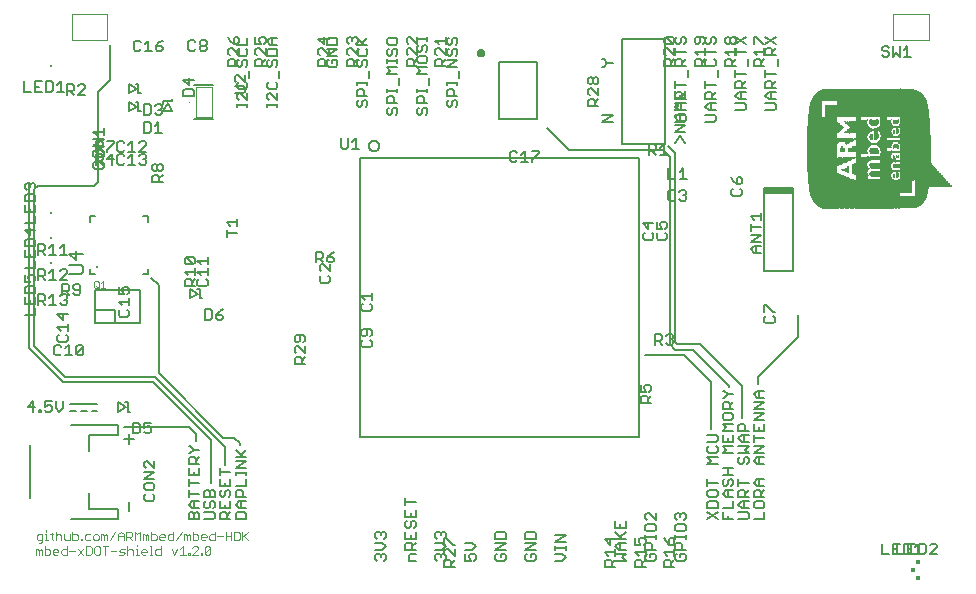
<source format=gto>
G75*
%MOIN*%
%OFA0B0*%
%FSLAX25Y25*%
%IPPOS*%
%LPD*%
%AMOC8*
5,1,8,0,0,1.08239X$1,22.5*
%
%ADD10C,0.00200*%
%ADD11C,0.00500*%
%ADD12C,0.00800*%
%ADD13C,0.00600*%
%ADD14R,0.00080X0.00080*%
%ADD15R,0.00080X0.00160*%
%ADD16R,0.00080X0.00240*%
%ADD17R,0.00080X0.00400*%
%ADD18R,0.00080X0.00480*%
%ADD19R,0.00080X0.00560*%
%ADD20R,0.00080X0.00640*%
%ADD21R,0.00080X0.00720*%
%ADD22R,0.00080X0.00800*%
%ADD23R,0.00080X0.00880*%
%ADD24R,0.00080X0.00960*%
%ADD25R,0.00080X0.01040*%
%ADD26R,0.00080X0.01120*%
%ADD27R,0.00080X0.01200*%
%ADD28R,0.00080X0.01360*%
%ADD29R,0.00080X0.01440*%
%ADD30R,0.00080X0.01520*%
%ADD31R,0.00080X0.01600*%
%ADD32R,0.00080X0.01680*%
%ADD33R,0.00080X0.01760*%
%ADD34R,0.00080X0.01840*%
%ADD35R,0.00080X0.01920*%
%ADD36R,0.00080X0.02000*%
%ADD37R,0.00080X0.02080*%
%ADD38R,0.00080X0.02160*%
%ADD39R,0.00080X0.02320*%
%ADD40R,0.00080X0.02400*%
%ADD41R,0.00080X0.02480*%
%ADD42R,0.00080X0.02560*%
%ADD43R,0.00080X0.02640*%
%ADD44R,0.00080X0.02720*%
%ADD45R,0.00080X0.02800*%
%ADD46R,0.00080X0.02880*%
%ADD47R,0.00080X0.02960*%
%ADD48R,0.00080X0.03040*%
%ADD49R,0.00080X0.03120*%
%ADD50R,0.00080X0.03280*%
%ADD51R,0.00080X0.03360*%
%ADD52R,0.00080X0.03440*%
%ADD53R,0.00080X0.03520*%
%ADD54R,0.00080X0.03600*%
%ADD55R,0.00080X0.03680*%
%ADD56R,0.00080X0.03760*%
%ADD57R,0.00080X0.03840*%
%ADD58R,0.00080X0.03920*%
%ADD59R,0.00080X0.04000*%
%ADD60R,0.00080X0.04080*%
%ADD61R,0.00080X0.04240*%
%ADD62R,0.00080X0.04320*%
%ADD63R,0.00080X0.04400*%
%ADD64R,0.00080X0.04480*%
%ADD65R,0.00080X0.04560*%
%ADD66R,0.00080X0.04640*%
%ADD67R,0.00080X0.04720*%
%ADD68R,0.00080X0.04800*%
%ADD69R,0.00080X0.04880*%
%ADD70R,0.00080X0.04960*%
%ADD71R,0.00080X0.05120*%
%ADD72R,0.00080X0.05200*%
%ADD73R,0.00080X0.05280*%
%ADD74R,0.00080X0.05360*%
%ADD75R,0.00080X0.05440*%
%ADD76R,0.00080X0.05520*%
%ADD77R,0.00080X0.05600*%
%ADD78R,0.00080X0.05680*%
%ADD79R,0.00080X0.05760*%
%ADD80R,0.00080X0.05840*%
%ADD81R,0.00080X0.05920*%
%ADD82R,0.00080X0.06080*%
%ADD83R,0.00080X0.06160*%
%ADD84R,0.00080X0.06240*%
%ADD85R,0.00080X0.06320*%
%ADD86R,0.00080X0.06400*%
%ADD87R,0.00080X0.06480*%
%ADD88R,0.00080X0.06560*%
%ADD89R,0.00080X0.06640*%
%ADD90R,0.00080X0.06720*%
%ADD91R,0.00080X0.06800*%
%ADD92R,0.00080X0.06880*%
%ADD93R,0.00080X0.07040*%
%ADD94R,0.00080X0.07120*%
%ADD95R,0.00080X0.07200*%
%ADD96R,0.00080X0.07280*%
%ADD97R,0.00080X0.07360*%
%ADD98R,0.00080X0.07440*%
%ADD99R,0.00080X0.07520*%
%ADD100R,0.00080X0.07600*%
%ADD101R,0.00080X0.07680*%
%ADD102R,0.00080X0.07760*%
%ADD103R,0.00080X0.07840*%
%ADD104R,0.00080X0.08000*%
%ADD105R,0.00080X0.17120*%
%ADD106R,0.00080X0.19120*%
%ADD107R,0.00080X0.20640*%
%ADD108R,0.00080X0.21840*%
%ADD109R,0.00080X0.22960*%
%ADD110R,0.00080X0.23920*%
%ADD111R,0.00080X0.24720*%
%ADD112R,0.00080X0.25200*%
%ADD113R,0.00080X0.26720*%
%ADD114R,0.00080X0.27760*%
%ADD115R,0.00080X0.28640*%
%ADD116R,0.00080X0.29360*%
%ADD117R,0.00080X0.30000*%
%ADD118R,0.00080X0.30560*%
%ADD119R,0.00080X0.31120*%
%ADD120R,0.00080X0.31520*%
%ADD121R,0.00080X0.31920*%
%ADD122R,0.00080X0.32400*%
%ADD123R,0.00080X0.32720*%
%ADD124R,0.00080X0.33040*%
%ADD125R,0.00080X0.33360*%
%ADD126R,0.00080X0.33680*%
%ADD127R,0.00080X0.34000*%
%ADD128R,0.00080X0.34240*%
%ADD129R,0.00080X0.34560*%
%ADD130R,0.00080X0.34800*%
%ADD131R,0.00080X0.35040*%
%ADD132R,0.00080X0.35280*%
%ADD133R,0.00080X0.35520*%
%ADD134R,0.00080X0.35680*%
%ADD135R,0.00080X0.35920*%
%ADD136R,0.00080X0.36080*%
%ADD137R,0.00080X0.36320*%
%ADD138R,0.00080X0.36480*%
%ADD139R,0.00080X0.36640*%
%ADD140R,0.00080X0.36800*%
%ADD141R,0.00080X0.36960*%
%ADD142R,0.00080X0.37120*%
%ADD143R,0.00080X0.37280*%
%ADD144R,0.00080X0.37440*%
%ADD145R,0.00080X0.37520*%
%ADD146R,0.00080X0.37600*%
%ADD147R,0.00080X0.37760*%
%ADD148R,0.00080X0.37920*%
%ADD149R,0.00080X0.38000*%
%ADD150R,0.00080X0.38080*%
%ADD151R,0.00080X0.38240*%
%ADD152R,0.00080X0.38320*%
%ADD153R,0.00080X0.38400*%
%ADD154R,0.00080X0.38480*%
%ADD155R,0.00080X0.38560*%
%ADD156R,0.00080X0.38720*%
%ADD157R,0.00080X0.38880*%
%ADD158R,0.00080X0.39040*%
%ADD159R,0.00080X0.39120*%
%ADD160R,0.00080X0.39200*%
%ADD161R,0.00080X0.39280*%
%ADD162R,0.00080X0.39360*%
%ADD163R,0.00080X0.03840*%
%ADD164R,0.00080X0.30240*%
%ADD165R,0.00080X0.30320*%
%ADD166R,0.00080X0.30400*%
%ADD167R,0.00080X0.30480*%
%ADD168R,0.00080X0.04160*%
%ADD169R,0.00080X0.05440*%
%ADD170R,0.00080X0.10400*%
%ADD171R,0.00080X0.05040*%
%ADD172R,0.00080X0.01280*%
%ADD173R,0.00080X0.01440*%
%ADD174R,0.00080X0.09760*%
%ADD175R,0.00080X0.01040*%
%ADD176R,0.00080X0.01520*%
%ADD177R,0.00080X0.09600*%
%ADD178R,0.00080X0.10080*%
%ADD179R,0.00080X0.10000*%
%ADD180R,0.00080X0.00720*%
%ADD181R,0.00080X0.09840*%
%ADD182R,0.00080X0.01120*%
%ADD183R,0.00080X0.00640*%
%ADD184R,0.00080X0.09680*%
%ADD185R,0.00080X0.09520*%
%ADD186R,0.00080X0.09440*%
%ADD187R,0.00080X0.02640*%
%ADD188R,0.00080X0.09360*%
%ADD189R,0.00080X0.02240*%
%ADD190R,0.00080X0.09920*%
%ADD191R,0.00080X0.10240*%
%ADD192R,0.00080X0.10480*%
%ADD193R,0.00080X0.19280*%
%ADD194R,0.00080X0.06000*%
%ADD195R,0.00080X0.19360*%
%ADD196R,0.00080X0.39920*%
%ADD197R,0.00080X0.18560*%
%ADD198R,0.00080X0.15520*%
%ADD199R,0.00080X0.01840*%
%ADD200R,0.00080X0.03440*%
%ADD201R,0.00080X0.09280*%
%ADD202R,0.00080X0.02240*%
%ADD203R,0.00080X0.00320*%
%ADD204R,0.00080X0.01920*%
%ADD205R,0.00080X0.00240*%
%ADD206R,0.00080X0.00320*%
%ADD207R,0.00080X0.02720*%
%ADD208R,0.00080X0.11760*%
%ADD209R,0.00080X0.02320*%
%ADD210R,0.00080X0.17280*%
%ADD211R,0.00080X0.11440*%
%ADD212R,0.00080X0.11600*%
%ADD213R,0.00080X0.03520*%
%ADD214R,0.00080X0.03200*%
%ADD215R,0.00080X0.03120*%
%ADD216R,0.00080X0.10160*%
%ADD217R,0.00080X0.10320*%
%ADD218R,0.00080X0.10560*%
%ADD219R,0.00080X0.10640*%
%ADD220R,0.00080X0.10720*%
%ADD221R,0.00080X0.10800*%
%ADD222R,0.00080X0.10880*%
%ADD223R,0.00080X0.10960*%
%ADD224R,0.00080X0.11040*%
%ADD225R,0.00080X0.11120*%
%ADD226R,0.00080X0.11200*%
%ADD227R,0.00080X0.11280*%
%ADD228R,0.00080X0.11360*%
%ADD229R,0.00080X0.11520*%
%ADD230R,0.00080X0.11680*%
%ADD231R,0.00080X0.03040*%
%ADD232R,0.00080X0.11840*%
%ADD233R,0.00080X0.11920*%
%ADD234R,0.00080X0.12000*%
%ADD235R,0.00080X0.34640*%
%ADD236R,0.00080X0.03920*%
%ADD237R,0.00080X0.38960*%
%ADD238R,0.00080X0.38800*%
%ADD239R,0.00080X0.38640*%
%ADD240R,0.00080X0.38160*%
%ADD241R,0.00080X0.37840*%
%ADD242R,0.00080X0.37680*%
%ADD243R,0.00080X0.37040*%
%ADD244R,0.00080X0.36880*%
%ADD245R,0.00080X0.36160*%
%ADD246R,0.00080X0.35760*%
%ADD247R,0.00080X0.33760*%
%ADD248R,0.00080X0.33440*%
%ADD249R,0.00080X0.32640*%
%ADD250R,0.00080X0.32320*%
%ADD251R,0.00080X0.31840*%
%ADD252R,0.00080X0.31520*%
%ADD253R,0.00080X0.31040*%
%ADD254R,0.00080X0.29840*%
%ADD255R,0.00080X0.29120*%
%ADD256R,0.00080X0.28400*%
%ADD257R,0.00080X0.27520*%
%ADD258R,0.00080X0.26240*%
%ADD259R,0.00080X0.24640*%
%ADD260R,0.00080X0.23520*%
%ADD261R,0.00080X0.21760*%
%ADD262R,0.00080X0.19840*%
%ADD263R,0.00080X0.17680*%
%ADD264R,0.00080X0.15120*%
%ADD265C,0.00039*%
%ADD266C,0.00295*%
%ADD267R,0.00984X0.00984*%
%ADD268C,0.00394*%
%ADD269R,0.00886X0.00886*%
%ADD270R,0.01673X0.01280*%
%ADD271R,0.01378X0.01378*%
%ADD272C,0.01600*%
%ADD273C,0.00700*%
D10*
X0032468Y0035960D02*
X0032468Y0037828D01*
X0032935Y0037828D01*
X0033402Y0037361D01*
X0033402Y0035960D01*
X0033402Y0037361D02*
X0033869Y0037828D01*
X0034336Y0037361D01*
X0034336Y0035960D01*
X0035230Y0038762D02*
X0035230Y0035960D01*
X0036631Y0035960D01*
X0037099Y0036427D01*
X0037099Y0037361D01*
X0036631Y0037828D01*
X0035230Y0037828D01*
X0039394Y0035960D02*
X0038460Y0035960D01*
X0037993Y0036427D01*
X0037993Y0037361D01*
X0038460Y0037828D01*
X0039394Y0037828D01*
X0039861Y0037361D01*
X0039861Y0036894D01*
X0037993Y0036894D01*
X0042623Y0038762D02*
X0042623Y0035960D01*
X0041222Y0035960D01*
X0040755Y0036427D01*
X0040755Y0037361D01*
X0041222Y0037828D01*
X0042623Y0037828D01*
X0043517Y0037361D02*
X0045386Y0037361D01*
X0046280Y0037828D02*
X0048148Y0035960D01*
X0046280Y0035960D02*
X0048148Y0037828D01*
X0049042Y0038762D02*
X0049042Y0035960D01*
X0050443Y0035960D01*
X0050910Y0036427D01*
X0050910Y0038295D01*
X0050443Y0038762D01*
X0049042Y0038762D01*
X0053206Y0038762D02*
X0052271Y0038762D01*
X0051804Y0038295D01*
X0051804Y0036427D01*
X0052271Y0035960D01*
X0053206Y0035960D01*
X0053673Y0036427D01*
X0053673Y0038295D01*
X0053206Y0038762D01*
X0055501Y0038762D02*
X0055501Y0035960D01*
X0054567Y0038762D02*
X0056435Y0038762D01*
X0057329Y0037361D02*
X0059197Y0037361D01*
X0060091Y0035960D02*
X0061493Y0035960D01*
X0061960Y0036427D01*
X0061493Y0036894D01*
X0060559Y0036894D01*
X0060091Y0037361D01*
X0060559Y0037828D01*
X0061960Y0037828D01*
X0062854Y0038762D02*
X0062854Y0035960D01*
X0062854Y0037361D02*
X0063321Y0037828D01*
X0064255Y0037828D01*
X0064722Y0037361D01*
X0064722Y0035960D01*
X0065616Y0037828D02*
X0066083Y0037828D01*
X0066083Y0035960D01*
X0065616Y0035960D02*
X0066550Y0035960D01*
X0066083Y0038762D02*
X0066083Y0039229D01*
X0068859Y0035960D02*
X0067925Y0035960D01*
X0067458Y0036427D01*
X0067458Y0037361D01*
X0067925Y0037828D01*
X0068859Y0037828D01*
X0069326Y0037361D01*
X0069326Y0036894D01*
X0067458Y0036894D01*
X0070220Y0038762D02*
X0070687Y0038762D01*
X0070687Y0035960D01*
X0070220Y0035960D02*
X0071154Y0035960D01*
X0073930Y0038762D02*
X0073930Y0035960D01*
X0072529Y0035960D01*
X0072062Y0036427D01*
X0072062Y0037361D01*
X0072529Y0037828D01*
X0073930Y0037828D01*
X0077586Y0037828D02*
X0078520Y0035960D01*
X0079455Y0037828D01*
X0080349Y0037828D02*
X0081283Y0038762D01*
X0081283Y0035960D01*
X0080349Y0035960D02*
X0082217Y0035960D01*
X0083111Y0035960D02*
X0083111Y0036427D01*
X0083578Y0036427D01*
X0083578Y0035960D01*
X0083111Y0035960D01*
X0086361Y0035960D02*
X0084492Y0035960D01*
X0086361Y0037828D01*
X0086361Y0038295D01*
X0085893Y0038762D01*
X0084959Y0038762D01*
X0084492Y0038295D01*
X0087255Y0035960D02*
X0087255Y0036427D01*
X0087722Y0036427D01*
X0087722Y0035960D01*
X0087255Y0035960D01*
X0088636Y0036427D02*
X0088636Y0038295D01*
X0089103Y0038762D01*
X0090037Y0038762D01*
X0090504Y0038295D01*
X0090504Y0036427D01*
X0090037Y0035960D01*
X0089103Y0035960D01*
X0088636Y0036427D01*
X0090504Y0038295D01*
X0033482Y0039966D02*
X0033949Y0039966D01*
X0034416Y0040433D01*
X0034416Y0042768D01*
X0033015Y0042768D01*
X0032548Y0042301D01*
X0032548Y0041367D01*
X0033015Y0040900D01*
X0034416Y0040900D01*
X0035310Y0042768D02*
X0035777Y0042768D01*
X0035777Y0040900D01*
X0035310Y0040900D02*
X0036244Y0040900D01*
X0035777Y0043702D02*
X0035777Y0044169D01*
X0037619Y0043235D02*
X0037619Y0041367D01*
X0038086Y0040900D01*
X0038086Y0042768D02*
X0037152Y0042768D01*
X0038993Y0043702D02*
X0038993Y0040900D01*
X0038993Y0042301D02*
X0039461Y0042768D01*
X0040395Y0042768D01*
X0040862Y0042301D01*
X0040862Y0040900D01*
X0041756Y0042768D02*
X0041756Y0041367D01*
X0042223Y0040900D01*
X0043624Y0040900D01*
X0043624Y0042768D01*
X0044518Y0043702D02*
X0044518Y0040900D01*
X0045919Y0040900D01*
X0046386Y0041367D01*
X0046386Y0042301D01*
X0045919Y0042768D01*
X0044518Y0042768D01*
X0047280Y0040900D02*
X0047280Y0041367D01*
X0047748Y0041367D01*
X0047748Y0040900D01*
X0047280Y0040900D01*
X0050530Y0042768D02*
X0049129Y0042768D01*
X0048662Y0042301D01*
X0048662Y0041367D01*
X0049129Y0040900D01*
X0050530Y0040900D01*
X0051891Y0040900D02*
X0052825Y0040900D01*
X0053292Y0041367D01*
X0053292Y0042301D01*
X0052825Y0042768D01*
X0051891Y0042768D01*
X0051424Y0042301D01*
X0051424Y0041367D01*
X0051891Y0040900D01*
X0054186Y0040900D02*
X0054186Y0042768D01*
X0054653Y0042768D01*
X0055121Y0042301D01*
X0055121Y0040900D01*
X0055121Y0042301D02*
X0055588Y0042768D01*
X0056055Y0042301D01*
X0056055Y0040900D01*
X0056949Y0040900D02*
X0058817Y0043702D01*
X0059711Y0040900D02*
X0059711Y0042768D01*
X0060645Y0043702D01*
X0061579Y0042768D01*
X0061579Y0040900D01*
X0061579Y0042301D02*
X0059711Y0042301D01*
X0062473Y0040900D02*
X0062473Y0043702D01*
X0063875Y0043702D01*
X0064342Y0043235D01*
X0064342Y0042301D01*
X0063875Y0041834D01*
X0062473Y0041834D01*
X0063408Y0041834D02*
X0064342Y0040900D01*
X0065236Y0040900D02*
X0065236Y0043702D01*
X0066170Y0042768D01*
X0067104Y0043702D01*
X0067104Y0040900D01*
X0067998Y0040900D02*
X0067998Y0042768D01*
X0068465Y0042768D01*
X0068932Y0042301D01*
X0068932Y0040900D01*
X0068932Y0042301D02*
X0069399Y0042768D01*
X0069866Y0042301D01*
X0069866Y0040900D01*
X0070760Y0043702D02*
X0070760Y0040900D01*
X0072162Y0040900D01*
X0072629Y0041367D01*
X0072629Y0042301D01*
X0072162Y0042768D01*
X0070760Y0042768D01*
X0074924Y0040900D02*
X0073990Y0040900D01*
X0073523Y0041367D01*
X0073523Y0042301D01*
X0073990Y0042768D01*
X0074924Y0042768D01*
X0075391Y0042301D01*
X0075391Y0041834D01*
X0073523Y0041834D01*
X0078153Y0043702D02*
X0078153Y0040900D01*
X0076752Y0040900D01*
X0076285Y0041367D01*
X0076285Y0042301D01*
X0076752Y0042768D01*
X0078153Y0042768D01*
X0079048Y0040900D02*
X0080916Y0043702D01*
X0081810Y0040900D02*
X0081810Y0042768D01*
X0082277Y0042768D01*
X0082744Y0042301D01*
X0082744Y0040900D01*
X0082744Y0042301D02*
X0083211Y0042768D01*
X0083678Y0042301D01*
X0083678Y0040900D01*
X0084572Y0043702D02*
X0084572Y0040900D01*
X0085973Y0040900D01*
X0086441Y0041367D01*
X0086441Y0042301D01*
X0085973Y0042768D01*
X0084572Y0042768D01*
X0088736Y0040900D02*
X0087802Y0040900D01*
X0087335Y0041367D01*
X0087335Y0042301D01*
X0087802Y0042768D01*
X0088736Y0042768D01*
X0089203Y0042301D01*
X0089203Y0041834D01*
X0087335Y0041834D01*
X0091965Y0043702D02*
X0091965Y0040900D01*
X0090564Y0040900D01*
X0090097Y0041367D01*
X0090097Y0042301D01*
X0090564Y0042768D01*
X0091965Y0042768D01*
X0092859Y0042301D02*
X0094728Y0042301D01*
X0095622Y0040900D02*
X0095622Y0043702D01*
X0095622Y0042301D02*
X0097490Y0042301D01*
X0097490Y0043702D02*
X0097490Y0040900D01*
X0098384Y0043702D02*
X0098384Y0040900D01*
X0099785Y0040900D01*
X0100252Y0041367D01*
X0100252Y0043235D01*
X0099785Y0043702D01*
X0098384Y0043702D01*
X0101146Y0043702D02*
X0101146Y0040900D01*
X0101146Y0041834D02*
X0103015Y0043702D01*
X0101613Y0042301D02*
X0103015Y0040900D01*
X0051748Y0125367D02*
X0051748Y0126835D01*
X0052115Y0127202D01*
X0052849Y0127202D01*
X0053216Y0126835D01*
X0053216Y0125367D01*
X0052849Y0125000D01*
X0052115Y0125000D01*
X0051748Y0125367D01*
X0052482Y0125734D02*
X0053216Y0125000D01*
X0053958Y0126468D02*
X0054692Y0127202D01*
X0054692Y0125000D01*
X0053958Y0125000D02*
X0055426Y0125000D01*
D11*
X0146054Y0034000D02*
X0145470Y0034584D01*
X0145470Y0035751D01*
X0146054Y0036335D01*
X0146638Y0036335D01*
X0147221Y0035751D01*
X0147221Y0035168D01*
X0147221Y0035751D02*
X0147805Y0036335D01*
X0148389Y0036335D01*
X0148973Y0035751D01*
X0148973Y0034584D01*
X0148389Y0034000D01*
X0145470Y0037683D02*
X0147805Y0037683D01*
X0148973Y0038851D01*
X0147805Y0040018D01*
X0145470Y0040018D01*
X0146054Y0041366D02*
X0145470Y0041950D01*
X0145470Y0043118D01*
X0146054Y0043702D01*
X0146638Y0043702D01*
X0147221Y0043118D01*
X0147221Y0042534D01*
X0147221Y0043118D02*
X0147805Y0043702D01*
X0148389Y0043702D01*
X0148973Y0043118D01*
X0148973Y0041950D01*
X0148389Y0041366D01*
X0158973Y0034000D02*
X0156638Y0034000D01*
X0156638Y0035751D01*
X0157221Y0036335D01*
X0158973Y0036335D01*
X0158973Y0037683D02*
X0155470Y0037683D01*
X0155470Y0039435D01*
X0156054Y0040018D01*
X0157221Y0040018D01*
X0157805Y0039435D01*
X0157805Y0037683D01*
X0157805Y0038851D02*
X0158973Y0040018D01*
X0155470Y0043702D02*
X0155470Y0041366D01*
X0158973Y0041366D01*
X0158973Y0043702D01*
X0157221Y0042534D02*
X0157221Y0041366D01*
X0156054Y0047385D02*
X0155470Y0046801D01*
X0155470Y0045633D01*
X0156054Y0045049D01*
X0156638Y0045049D01*
X0157221Y0045633D01*
X0157221Y0046801D01*
X0157805Y0047385D01*
X0158389Y0047385D01*
X0158973Y0046801D01*
X0158973Y0045633D01*
X0158389Y0045049D01*
X0155470Y0051068D02*
X0155470Y0048733D01*
X0158973Y0048733D01*
X0158973Y0051068D01*
X0157221Y0049900D02*
X0157221Y0048733D01*
X0158973Y0053583D02*
X0155470Y0053583D01*
X0155470Y0052416D02*
X0155470Y0054751D01*
X0166054Y0034000D02*
X0165470Y0034584D01*
X0165470Y0035751D01*
X0166054Y0036335D01*
X0166638Y0036335D01*
X0167221Y0035751D01*
X0167221Y0035168D01*
X0167221Y0035751D02*
X0167805Y0036335D01*
X0168389Y0036335D01*
X0168973Y0035751D01*
X0168973Y0034584D01*
X0168389Y0034000D01*
X0165470Y0037683D02*
X0167805Y0037683D01*
X0168973Y0038851D01*
X0167805Y0040018D01*
X0165470Y0040018D01*
X0166054Y0041366D02*
X0165470Y0041950D01*
X0165470Y0043118D01*
X0166054Y0043702D01*
X0166638Y0043702D01*
X0167221Y0043118D01*
X0167221Y0042534D01*
X0167221Y0043118D02*
X0167805Y0043702D01*
X0168389Y0043702D01*
X0168973Y0043118D01*
X0168973Y0041950D01*
X0168389Y0041366D01*
X0175470Y0036335D02*
X0175470Y0034000D01*
X0177221Y0034000D01*
X0176638Y0035168D01*
X0176638Y0035751D01*
X0177221Y0036335D01*
X0178389Y0036335D01*
X0178973Y0035751D01*
X0178973Y0034584D01*
X0178389Y0034000D01*
X0175470Y0037683D02*
X0177805Y0037683D01*
X0178973Y0038851D01*
X0177805Y0040018D01*
X0175470Y0040018D01*
X0186054Y0036335D02*
X0185470Y0035751D01*
X0185470Y0034584D01*
X0186054Y0034000D01*
X0188389Y0034000D01*
X0188973Y0034584D01*
X0188973Y0035751D01*
X0188389Y0036335D01*
X0187221Y0036335D01*
X0187221Y0035168D01*
X0188973Y0037683D02*
X0185470Y0037683D01*
X0188973Y0040018D01*
X0185470Y0040018D01*
X0185470Y0041366D02*
X0188973Y0041366D01*
X0188973Y0043118D01*
X0188389Y0043702D01*
X0186054Y0043702D01*
X0185470Y0043118D01*
X0185470Y0041366D01*
X0196054Y0036335D02*
X0195470Y0035751D01*
X0195470Y0034584D01*
X0196054Y0034000D01*
X0198389Y0034000D01*
X0198973Y0034584D01*
X0198973Y0035751D01*
X0198389Y0036335D01*
X0197221Y0036335D01*
X0197221Y0035168D01*
X0198973Y0037683D02*
X0195470Y0037683D01*
X0198973Y0040018D01*
X0195470Y0040018D01*
X0195470Y0041366D02*
X0198973Y0041366D01*
X0198973Y0043118D01*
X0198389Y0043702D01*
X0196054Y0043702D01*
X0195470Y0043118D01*
X0195470Y0041366D01*
X0205470Y0034000D02*
X0207805Y0034000D01*
X0208973Y0035168D01*
X0207805Y0036335D01*
X0205470Y0036335D01*
X0208973Y0037683D02*
X0208973Y0038851D01*
X0208973Y0038267D02*
X0205470Y0038267D01*
X0205470Y0037683D02*
X0205470Y0038851D01*
X0208973Y0040139D02*
X0205470Y0040139D01*
X0208973Y0042474D01*
X0205470Y0042474D01*
X0225370Y0034000D02*
X0228873Y0034000D01*
X0227705Y0035168D01*
X0228873Y0036335D01*
X0225370Y0036335D01*
X0228873Y0037683D02*
X0226538Y0037683D01*
X0225370Y0038851D01*
X0226538Y0040018D01*
X0228873Y0040018D01*
X0227121Y0040018D02*
X0227121Y0037683D01*
X0225370Y0041366D02*
X0228873Y0041366D01*
X0227705Y0041366D02*
X0225370Y0043702D01*
X0227121Y0041950D02*
X0228873Y0043702D01*
X0225370Y0047385D02*
X0225370Y0045049D01*
X0228873Y0045049D01*
X0228873Y0047385D01*
X0227121Y0046217D02*
X0227121Y0045049D01*
X0235954Y0036335D02*
X0235370Y0035751D01*
X0235370Y0034584D01*
X0235954Y0034000D01*
X0238289Y0034000D01*
X0238873Y0034584D01*
X0238873Y0035751D01*
X0238289Y0036335D01*
X0237121Y0036335D01*
X0237121Y0035168D01*
X0238873Y0037683D02*
X0235370Y0037683D01*
X0235370Y0039435D01*
X0235954Y0040018D01*
X0237121Y0040018D01*
X0237705Y0039435D01*
X0237705Y0037683D01*
X0238873Y0041366D02*
X0238873Y0042534D01*
X0238873Y0041950D02*
X0235370Y0041950D01*
X0235370Y0041366D02*
X0235370Y0042534D01*
X0235370Y0045573D02*
X0235370Y0044406D01*
X0235954Y0043822D01*
X0238289Y0043822D01*
X0238873Y0044406D01*
X0238873Y0045573D01*
X0238289Y0046157D01*
X0235954Y0046157D01*
X0235370Y0045573D01*
X0238873Y0049840D02*
X0238873Y0047505D01*
X0236538Y0049840D01*
X0235954Y0049840D01*
X0235370Y0049256D01*
X0235370Y0048089D01*
X0235954Y0047505D01*
X0245954Y0036335D02*
X0245370Y0035751D01*
X0245370Y0034584D01*
X0245954Y0034000D01*
X0248289Y0034000D01*
X0248873Y0034584D01*
X0248873Y0035751D01*
X0248289Y0036335D01*
X0247121Y0036335D01*
X0247121Y0035168D01*
X0248873Y0037683D02*
X0245370Y0037683D01*
X0245370Y0039435D01*
X0245954Y0040018D01*
X0247121Y0040018D01*
X0247705Y0039435D01*
X0247705Y0037683D01*
X0248873Y0041366D02*
X0248873Y0042534D01*
X0248873Y0041950D02*
X0245370Y0041950D01*
X0245370Y0041366D02*
X0245370Y0042534D01*
X0245370Y0045573D02*
X0245370Y0044406D01*
X0245954Y0043822D01*
X0248289Y0043822D01*
X0248873Y0044406D01*
X0248873Y0045573D01*
X0248289Y0046157D01*
X0245954Y0046157D01*
X0245370Y0045573D01*
X0245954Y0047505D02*
X0245370Y0048089D01*
X0245370Y0049256D01*
X0245954Y0049840D01*
X0246538Y0049840D01*
X0247121Y0049256D01*
X0247121Y0048673D01*
X0247121Y0049256D02*
X0247705Y0049840D01*
X0248289Y0049840D01*
X0248873Y0049256D01*
X0248873Y0048089D01*
X0248289Y0047505D01*
X0102798Y0185180D02*
X0102798Y0186348D01*
X0102798Y0185764D02*
X0099295Y0185764D01*
X0099295Y0185180D02*
X0099295Y0186348D01*
X0102798Y0189971D02*
X0102798Y0187636D01*
X0100463Y0189971D01*
X0099879Y0189971D01*
X0099295Y0189387D01*
X0099295Y0188220D01*
X0099879Y0187636D01*
X0099879Y0193654D02*
X0099295Y0193070D01*
X0099295Y0191903D01*
X0099879Y0191319D01*
X0102214Y0191319D01*
X0102798Y0191903D01*
X0102798Y0193070D01*
X0102214Y0193654D01*
X0103382Y0195002D02*
X0103382Y0197337D01*
X0099879Y0201021D02*
X0099295Y0200437D01*
X0099295Y0199269D01*
X0099879Y0198685D01*
X0100463Y0198685D01*
X0101046Y0199269D01*
X0101046Y0200437D01*
X0101630Y0201021D01*
X0102214Y0201021D01*
X0102798Y0200437D01*
X0102798Y0199269D01*
X0102214Y0198685D01*
X0099879Y0204704D02*
X0099295Y0204120D01*
X0099295Y0202952D01*
X0099879Y0202368D01*
X0102214Y0202368D01*
X0102798Y0202952D01*
X0102798Y0204120D01*
X0102214Y0204704D01*
X0099295Y0206052D02*
X0102798Y0206052D01*
X0102798Y0208387D01*
X0112798Y0186348D02*
X0112798Y0185180D01*
X0112798Y0185764D02*
X0109295Y0185764D01*
X0109295Y0185180D02*
X0109295Y0186348D01*
X0112798Y0189971D02*
X0112798Y0187636D01*
X0110463Y0189971D01*
X0109879Y0189971D01*
X0109295Y0189387D01*
X0109295Y0188220D01*
X0109879Y0187636D01*
X0109879Y0193654D02*
X0109295Y0193070D01*
X0109295Y0191903D01*
X0109879Y0191319D01*
X0112214Y0191319D01*
X0112798Y0191903D01*
X0112798Y0193070D01*
X0112214Y0193654D01*
X0113382Y0195002D02*
X0113382Y0197337D01*
X0109879Y0201021D02*
X0109295Y0200437D01*
X0109295Y0199269D01*
X0109879Y0198685D01*
X0110463Y0198685D01*
X0111046Y0199269D01*
X0111046Y0200437D01*
X0111630Y0201021D01*
X0112214Y0201021D01*
X0112798Y0200437D01*
X0112798Y0199269D01*
X0112214Y0198685D01*
X0109295Y0202368D02*
X0112798Y0202368D01*
X0112798Y0204120D01*
X0112214Y0204704D01*
X0109879Y0204704D01*
X0109295Y0204120D01*
X0109295Y0202368D01*
X0112798Y0206052D02*
X0110463Y0206052D01*
X0109295Y0207219D01*
X0110463Y0208387D01*
X0112798Y0208387D01*
X0111046Y0208387D02*
X0111046Y0206052D01*
X0129879Y0201021D02*
X0129295Y0200437D01*
X0129295Y0199269D01*
X0129879Y0198685D01*
X0132214Y0198685D01*
X0132798Y0199269D01*
X0132798Y0200437D01*
X0132214Y0201021D01*
X0131046Y0201021D01*
X0131046Y0199853D01*
X0132798Y0202368D02*
X0129295Y0202368D01*
X0132798Y0204704D01*
X0129295Y0204704D01*
X0129295Y0206052D02*
X0132798Y0206052D01*
X0132798Y0207803D01*
X0132214Y0208387D01*
X0129879Y0208387D01*
X0129295Y0207803D01*
X0129295Y0206052D01*
X0139879Y0187516D02*
X0139295Y0186932D01*
X0139295Y0185764D01*
X0139879Y0185180D01*
X0140463Y0185180D01*
X0141046Y0185764D01*
X0141046Y0186932D01*
X0141630Y0187516D01*
X0142214Y0187516D01*
X0142798Y0186932D01*
X0142798Y0185764D01*
X0142214Y0185180D01*
X0142798Y0188864D02*
X0139295Y0188864D01*
X0139295Y0190615D01*
X0139879Y0191199D01*
X0141046Y0191199D01*
X0141630Y0190615D01*
X0141630Y0188864D01*
X0142798Y0192547D02*
X0142798Y0193714D01*
X0142798Y0193131D02*
X0139295Y0193131D01*
X0139295Y0193714D02*
X0139295Y0192547D01*
X0143382Y0195002D02*
X0143382Y0197337D01*
X0139879Y0201021D02*
X0139295Y0200437D01*
X0139295Y0199269D01*
X0139879Y0198685D01*
X0140463Y0198685D01*
X0141046Y0199269D01*
X0141046Y0200437D01*
X0141630Y0201021D01*
X0142214Y0201021D01*
X0142798Y0200437D01*
X0142798Y0199269D01*
X0142214Y0198685D01*
X0139879Y0204704D02*
X0139295Y0204120D01*
X0139295Y0202952D01*
X0139879Y0202368D01*
X0142214Y0202368D01*
X0142798Y0202952D01*
X0142798Y0204120D01*
X0142214Y0204704D01*
X0142798Y0206052D02*
X0139295Y0206052D01*
X0141630Y0206052D02*
X0139295Y0208387D01*
X0141046Y0206635D02*
X0142798Y0208387D01*
X0149879Y0185060D02*
X0149295Y0184476D01*
X0149295Y0183309D01*
X0149879Y0182725D01*
X0150463Y0182725D01*
X0151046Y0183309D01*
X0151046Y0184476D01*
X0151630Y0185060D01*
X0152214Y0185060D01*
X0152798Y0184476D01*
X0152798Y0183309D01*
X0152214Y0182725D01*
X0152798Y0186408D02*
X0149295Y0186408D01*
X0149295Y0188160D01*
X0149879Y0188743D01*
X0151046Y0188743D01*
X0151630Y0188160D01*
X0151630Y0186408D01*
X0152798Y0190091D02*
X0152798Y0191259D01*
X0152798Y0190675D02*
X0149295Y0190675D01*
X0149295Y0190091D02*
X0149295Y0191259D01*
X0153382Y0192547D02*
X0153382Y0194882D01*
X0152798Y0196230D02*
X0149295Y0196230D01*
X0150463Y0197398D01*
X0149295Y0198565D01*
X0152798Y0198565D01*
X0152798Y0199913D02*
X0152798Y0201081D01*
X0152798Y0200497D02*
X0149295Y0200497D01*
X0149295Y0199913D02*
X0149295Y0201081D01*
X0149879Y0204704D02*
X0149295Y0204120D01*
X0149295Y0202952D01*
X0149879Y0202368D01*
X0150463Y0202368D01*
X0151046Y0202952D01*
X0151046Y0204120D01*
X0151630Y0204704D01*
X0152214Y0204704D01*
X0152798Y0204120D01*
X0152798Y0202952D01*
X0152214Y0202368D01*
X0149295Y0207803D02*
X0149295Y0206635D01*
X0149879Y0206052D01*
X0152214Y0206052D01*
X0152798Y0206635D01*
X0152798Y0207803D01*
X0152214Y0208387D01*
X0149879Y0208387D01*
X0149295Y0207803D01*
X0159879Y0185060D02*
X0159295Y0184476D01*
X0159295Y0183309D01*
X0159879Y0182725D01*
X0160463Y0182725D01*
X0161046Y0183309D01*
X0161046Y0184476D01*
X0161630Y0185060D01*
X0162214Y0185060D01*
X0162798Y0184476D01*
X0162798Y0183309D01*
X0162214Y0182725D01*
X0162798Y0186408D02*
X0159295Y0186408D01*
X0159295Y0188160D01*
X0159879Y0188743D01*
X0161046Y0188743D01*
X0161630Y0188160D01*
X0161630Y0186408D01*
X0162798Y0190091D02*
X0162798Y0191259D01*
X0162798Y0190675D02*
X0159295Y0190675D01*
X0159295Y0190091D02*
X0159295Y0191259D01*
X0163382Y0192547D02*
X0163382Y0194882D01*
X0162798Y0196230D02*
X0159295Y0196230D01*
X0160463Y0197398D01*
X0159295Y0198565D01*
X0162798Y0198565D01*
X0159295Y0201664D02*
X0159295Y0200497D01*
X0159879Y0199913D01*
X0162214Y0199913D01*
X0162798Y0200497D01*
X0162798Y0201664D01*
X0162214Y0202248D01*
X0159879Y0202248D01*
X0159295Y0201664D01*
X0159879Y0205931D02*
X0159295Y0205348D01*
X0159295Y0204180D01*
X0159879Y0203596D01*
X0160463Y0203596D01*
X0161046Y0204180D01*
X0161046Y0205348D01*
X0161630Y0205931D01*
X0162214Y0205931D01*
X0162798Y0205348D01*
X0162798Y0204180D01*
X0162214Y0203596D01*
X0162798Y0207279D02*
X0162798Y0208447D01*
X0162798Y0207863D02*
X0159295Y0207863D01*
X0159295Y0207279D02*
X0159295Y0208447D01*
X0169879Y0187516D02*
X0169295Y0186932D01*
X0169295Y0185764D01*
X0169879Y0185180D01*
X0170463Y0185180D01*
X0171046Y0185764D01*
X0171046Y0186932D01*
X0171630Y0187516D01*
X0172214Y0187516D01*
X0172798Y0186932D01*
X0172798Y0185764D01*
X0172214Y0185180D01*
X0172798Y0188864D02*
X0169295Y0188864D01*
X0169295Y0190615D01*
X0169879Y0191199D01*
X0171046Y0191199D01*
X0171630Y0190615D01*
X0171630Y0188864D01*
X0172798Y0192547D02*
X0172798Y0193714D01*
X0172798Y0193131D02*
X0169295Y0193131D01*
X0169295Y0193714D02*
X0169295Y0192547D01*
X0173382Y0195002D02*
X0173382Y0197337D01*
X0172798Y0198685D02*
X0169295Y0198685D01*
X0172798Y0201021D01*
X0169295Y0201021D01*
X0169879Y0204704D02*
X0169295Y0204120D01*
X0169295Y0202952D01*
X0169879Y0202368D01*
X0170463Y0202368D01*
X0171046Y0202952D01*
X0171046Y0204120D01*
X0171630Y0204704D01*
X0172214Y0204704D01*
X0172798Y0204120D01*
X0172798Y0202952D01*
X0172214Y0202368D01*
X0169879Y0208387D02*
X0169295Y0207803D01*
X0169295Y0206635D01*
X0169879Y0206052D01*
X0170463Y0206052D01*
X0171046Y0206635D01*
X0171046Y0207803D01*
X0171630Y0208387D01*
X0172214Y0208387D01*
X0172798Y0207803D01*
X0172798Y0206635D01*
X0172214Y0206052D01*
X0245495Y0180400D02*
X0248414Y0180400D01*
X0248998Y0180984D01*
X0248998Y0182151D01*
X0248414Y0182735D01*
X0245495Y0182735D01*
X0248998Y0184083D02*
X0246663Y0184083D01*
X0245495Y0185251D01*
X0246663Y0186418D01*
X0248998Y0186418D01*
X0247246Y0186418D02*
X0247246Y0184083D01*
X0248998Y0187766D02*
X0245495Y0187766D01*
X0245495Y0189518D01*
X0246079Y0190102D01*
X0247246Y0190102D01*
X0247830Y0189518D01*
X0247830Y0187766D01*
X0247830Y0188934D02*
X0248998Y0190102D01*
X0248998Y0192617D02*
X0245495Y0192617D01*
X0245495Y0191449D02*
X0245495Y0193785D01*
X0249582Y0195133D02*
X0249582Y0197468D01*
X0248998Y0198816D02*
X0245495Y0198816D01*
X0245495Y0200567D01*
X0246079Y0201151D01*
X0247246Y0201151D01*
X0247830Y0200567D01*
X0247830Y0198816D01*
X0247830Y0199983D02*
X0248998Y0201151D01*
X0248998Y0203667D02*
X0245495Y0203667D01*
X0245495Y0204834D02*
X0245495Y0202499D01*
X0246079Y0208517D02*
X0245495Y0207934D01*
X0245495Y0206766D01*
X0246079Y0206182D01*
X0246663Y0206182D01*
X0247246Y0206766D01*
X0247246Y0207934D01*
X0247830Y0208517D01*
X0248414Y0208517D01*
X0248998Y0207934D01*
X0248998Y0206766D01*
X0248414Y0206182D01*
X0255495Y0180400D02*
X0258414Y0180400D01*
X0258998Y0180984D01*
X0258998Y0182151D01*
X0258414Y0182735D01*
X0255495Y0182735D01*
X0258998Y0184083D02*
X0256663Y0184083D01*
X0255495Y0185251D01*
X0256663Y0186418D01*
X0258998Y0186418D01*
X0257246Y0186418D02*
X0257246Y0184083D01*
X0258998Y0187766D02*
X0255495Y0187766D01*
X0255495Y0189518D01*
X0256079Y0190102D01*
X0257246Y0190102D01*
X0257830Y0189518D01*
X0257830Y0187766D01*
X0257830Y0188934D02*
X0258998Y0190102D01*
X0258998Y0192617D02*
X0255495Y0192617D01*
X0255495Y0191449D02*
X0255495Y0193785D01*
X0259582Y0195133D02*
X0259582Y0197468D01*
X0256079Y0201151D02*
X0255495Y0200567D01*
X0255495Y0199400D01*
X0256079Y0198816D01*
X0258414Y0198816D01*
X0258998Y0199400D01*
X0258998Y0200567D01*
X0258414Y0201151D01*
X0258998Y0203667D02*
X0255495Y0203667D01*
X0255495Y0204834D02*
X0255495Y0202499D01*
X0256079Y0208517D02*
X0255495Y0207934D01*
X0255495Y0206766D01*
X0256079Y0206182D01*
X0256663Y0206182D01*
X0257246Y0206766D01*
X0257246Y0207934D01*
X0257830Y0208517D01*
X0258414Y0208517D01*
X0258998Y0207934D01*
X0258998Y0206766D01*
X0258414Y0206182D01*
X0265495Y0184083D02*
X0268414Y0184083D01*
X0268998Y0184667D01*
X0268998Y0185835D01*
X0268414Y0186418D01*
X0265495Y0186418D01*
X0268998Y0187766D02*
X0266663Y0187766D01*
X0265495Y0188934D01*
X0266663Y0190102D01*
X0268998Y0190102D01*
X0267246Y0190102D02*
X0267246Y0187766D01*
X0268998Y0191449D02*
X0265495Y0191449D01*
X0265495Y0193201D01*
X0266079Y0193785D01*
X0267246Y0193785D01*
X0267830Y0193201D01*
X0267830Y0191449D01*
X0267830Y0192617D02*
X0268998Y0193785D01*
X0268998Y0196300D02*
X0265495Y0196300D01*
X0265495Y0195133D02*
X0265495Y0197468D01*
X0269582Y0198816D02*
X0269582Y0201151D01*
X0268998Y0203667D02*
X0265495Y0203667D01*
X0265495Y0204834D02*
X0265495Y0202499D01*
X0265495Y0206182D02*
X0268998Y0208517D01*
X0268998Y0206182D02*
X0265495Y0208517D01*
X0275495Y0184083D02*
X0278414Y0184083D01*
X0278998Y0184667D01*
X0278998Y0185835D01*
X0278414Y0186418D01*
X0275495Y0186418D01*
X0278998Y0187766D02*
X0276663Y0187766D01*
X0275495Y0188934D01*
X0276663Y0190102D01*
X0278998Y0190102D01*
X0277246Y0190102D02*
X0277246Y0187766D01*
X0278998Y0191449D02*
X0275495Y0191449D01*
X0275495Y0193201D01*
X0276079Y0193785D01*
X0277246Y0193785D01*
X0277830Y0193201D01*
X0277830Y0191449D01*
X0277830Y0192617D02*
X0278998Y0193785D01*
X0278998Y0196300D02*
X0275495Y0196300D01*
X0275495Y0195133D02*
X0275495Y0197468D01*
X0279582Y0198816D02*
X0279582Y0201151D01*
X0278998Y0202499D02*
X0275495Y0202499D01*
X0275495Y0204250D01*
X0276079Y0204834D01*
X0277246Y0204834D01*
X0277830Y0204250D01*
X0277830Y0202499D01*
X0277830Y0203667D02*
X0278998Y0204834D01*
X0278998Y0208517D02*
X0275495Y0206182D01*
X0275495Y0208517D02*
X0278998Y0206182D01*
X0314248Y0039678D02*
X0314248Y0036175D01*
X0316583Y0036175D01*
X0320266Y0039678D02*
X0317931Y0039678D01*
X0317931Y0036175D01*
X0320266Y0036175D01*
X0319099Y0037926D02*
X0317931Y0037926D01*
X0321614Y0039678D02*
X0321614Y0036175D01*
X0323366Y0036175D01*
X0323950Y0036759D01*
X0323950Y0039094D01*
X0323366Y0039678D01*
X0321614Y0039678D01*
X0325297Y0038510D02*
X0326465Y0039678D01*
X0326465Y0036175D01*
X0325297Y0036175D02*
X0327633Y0036175D01*
X0031449Y0083650D02*
X0031449Y0087153D01*
X0029698Y0085401D01*
X0032033Y0085401D01*
X0033381Y0083650D02*
X0033381Y0084234D01*
X0033965Y0084234D01*
X0033965Y0083650D01*
X0033381Y0083650D01*
X0037558Y0087153D02*
X0035223Y0087153D01*
X0035223Y0085401D01*
X0036390Y0085985D01*
X0036974Y0085985D01*
X0037558Y0085401D01*
X0037558Y0084234D01*
X0036974Y0083650D01*
X0035806Y0083650D01*
X0035223Y0084234D01*
X0038906Y0087153D02*
X0038906Y0084818D01*
X0040073Y0083650D01*
X0041241Y0084818D01*
X0041241Y0087153D01*
X0086773Y0047800D02*
X0083270Y0047800D01*
X0083270Y0049551D01*
X0083854Y0050135D01*
X0084438Y0050135D01*
X0085021Y0049551D01*
X0085605Y0050135D01*
X0086189Y0050135D01*
X0086773Y0049551D01*
X0086773Y0047800D01*
X0085021Y0047800D02*
X0085021Y0049551D01*
X0086773Y0051483D02*
X0084438Y0051483D01*
X0083270Y0052651D01*
X0084438Y0053818D01*
X0086773Y0053818D01*
X0085021Y0053818D02*
X0085021Y0051483D01*
X0086773Y0056334D02*
X0083270Y0056334D01*
X0083270Y0055166D02*
X0083270Y0057502D01*
X0083270Y0060017D02*
X0086773Y0060017D01*
X0083270Y0058849D02*
X0083270Y0061185D01*
X0083270Y0064868D02*
X0083270Y0062533D01*
X0086773Y0062533D01*
X0086773Y0064868D01*
X0085021Y0063700D02*
X0085021Y0062533D01*
X0086773Y0066216D02*
X0083270Y0066216D01*
X0083270Y0067967D01*
X0083854Y0068551D01*
X0085021Y0068551D01*
X0085605Y0067967D01*
X0085605Y0066216D01*
X0085605Y0067383D02*
X0086773Y0068551D01*
X0083270Y0069899D02*
X0083854Y0069899D01*
X0085021Y0071067D01*
X0083854Y0072234D01*
X0083270Y0072234D01*
X0085021Y0071067D02*
X0086773Y0071067D01*
X0088470Y0047800D02*
X0091389Y0047800D01*
X0091973Y0048384D01*
X0091973Y0049551D01*
X0091389Y0050135D01*
X0088470Y0050135D01*
X0089054Y0053818D02*
X0088470Y0053235D01*
X0088470Y0052067D01*
X0089054Y0051483D01*
X0089638Y0051483D01*
X0090221Y0052067D01*
X0090221Y0053235D01*
X0090805Y0053818D01*
X0091389Y0053818D01*
X0091973Y0053235D01*
X0091973Y0052067D01*
X0091389Y0051483D01*
X0091973Y0055166D02*
X0088470Y0055166D01*
X0088470Y0056918D01*
X0089054Y0057502D01*
X0089638Y0057502D01*
X0090221Y0056918D01*
X0090805Y0057502D01*
X0091389Y0057502D01*
X0091973Y0056918D01*
X0091973Y0055166D01*
X0090221Y0055166D02*
X0090221Y0056918D01*
X0097173Y0047800D02*
X0093670Y0047800D01*
X0093670Y0049551D01*
X0094254Y0050135D01*
X0095421Y0050135D01*
X0096005Y0049551D01*
X0096005Y0047800D01*
X0096005Y0048968D02*
X0097173Y0050135D01*
X0093670Y0053818D02*
X0093670Y0051483D01*
X0097173Y0051483D01*
X0097173Y0053818D01*
X0095421Y0052651D02*
X0095421Y0051483D01*
X0094254Y0057502D02*
X0093670Y0056918D01*
X0093670Y0055750D01*
X0094254Y0055166D01*
X0094838Y0055166D01*
X0095421Y0055750D01*
X0095421Y0056918D01*
X0096005Y0057502D01*
X0096589Y0057502D01*
X0097173Y0056918D01*
X0097173Y0055750D01*
X0096589Y0055166D01*
X0093670Y0061185D02*
X0093670Y0058849D01*
X0097173Y0058849D01*
X0097173Y0061185D01*
X0095421Y0060017D02*
X0095421Y0058849D01*
X0097173Y0063700D02*
X0093670Y0063700D01*
X0093670Y0062533D02*
X0093670Y0064868D01*
X0098870Y0047800D02*
X0102373Y0047800D01*
X0102373Y0049551D01*
X0101789Y0050135D01*
X0099454Y0050135D01*
X0098870Y0049551D01*
X0098870Y0047800D01*
X0102373Y0051483D02*
X0100038Y0051483D01*
X0098870Y0052651D01*
X0100038Y0053818D01*
X0102373Y0053818D01*
X0100621Y0053818D02*
X0100621Y0051483D01*
X0102373Y0055166D02*
X0098870Y0055166D01*
X0098870Y0056918D01*
X0099454Y0057502D01*
X0100621Y0057502D01*
X0101205Y0056918D01*
X0101205Y0055166D01*
X0098870Y0058849D02*
X0102373Y0058849D01*
X0102373Y0061185D01*
X0102373Y0062533D02*
X0102373Y0063700D01*
X0102373Y0063116D02*
X0098870Y0063116D01*
X0098870Y0062533D02*
X0098870Y0063700D01*
X0102373Y0064988D02*
X0098870Y0064988D01*
X0102373Y0067323D01*
X0098870Y0067323D01*
X0098870Y0068671D02*
X0102373Y0068671D01*
X0101205Y0068671D02*
X0098870Y0071006D01*
X0100621Y0069255D02*
X0102373Y0071006D01*
X0256070Y0047800D02*
X0259573Y0050135D01*
X0259573Y0047800D02*
X0256070Y0050135D01*
X0256070Y0051483D02*
X0259573Y0051483D01*
X0259573Y0053235D01*
X0258989Y0053818D01*
X0256654Y0053818D01*
X0256070Y0053235D01*
X0256070Y0051483D01*
X0256070Y0056918D02*
X0256070Y0055750D01*
X0256654Y0055166D01*
X0258989Y0055166D01*
X0259573Y0055750D01*
X0259573Y0056918D01*
X0258989Y0057502D01*
X0256654Y0057502D01*
X0256070Y0056918D01*
X0256070Y0060017D02*
X0259573Y0060017D01*
X0256070Y0058849D02*
X0256070Y0061185D01*
X0259573Y0066216D02*
X0256070Y0066216D01*
X0257238Y0067383D01*
X0256070Y0068551D01*
X0259573Y0068551D01*
X0256654Y0072234D02*
X0256070Y0071650D01*
X0256070Y0070483D01*
X0256654Y0069899D01*
X0258989Y0069899D01*
X0259573Y0070483D01*
X0259573Y0071650D01*
X0258989Y0072234D01*
X0256070Y0073582D02*
X0258989Y0073582D01*
X0259573Y0074166D01*
X0259573Y0075334D01*
X0258989Y0075917D01*
X0256070Y0075917D01*
X0264773Y0047800D02*
X0261270Y0047800D01*
X0261270Y0050135D01*
X0263021Y0048968D02*
X0263021Y0047800D01*
X0261270Y0051483D02*
X0264773Y0051483D01*
X0264773Y0053818D01*
X0264773Y0055166D02*
X0262438Y0055166D01*
X0261270Y0056334D01*
X0262438Y0057502D01*
X0264773Y0057502D01*
X0263021Y0057502D02*
X0263021Y0055166D01*
X0261854Y0061185D02*
X0261270Y0060601D01*
X0261270Y0059433D01*
X0261854Y0058849D01*
X0262438Y0058849D01*
X0263021Y0059433D01*
X0263021Y0060601D01*
X0263605Y0061185D01*
X0264189Y0061185D01*
X0264773Y0060601D01*
X0264773Y0059433D01*
X0264189Y0058849D01*
X0264773Y0062533D02*
X0261270Y0062533D01*
X0263021Y0062533D02*
X0263021Y0064868D01*
X0261270Y0064868D02*
X0264773Y0064868D01*
X0264773Y0069899D02*
X0261270Y0069899D01*
X0262438Y0071067D01*
X0261270Y0072234D01*
X0264773Y0072234D01*
X0261270Y0075917D02*
X0261270Y0073582D01*
X0264773Y0073582D01*
X0264773Y0075917D01*
X0263021Y0074750D02*
X0263021Y0073582D01*
X0264773Y0077265D02*
X0261270Y0077265D01*
X0262438Y0078433D01*
X0261270Y0079600D01*
X0264773Y0079600D01*
X0261270Y0082700D02*
X0261270Y0081532D01*
X0261854Y0080948D01*
X0264189Y0080948D01*
X0264773Y0081532D01*
X0264773Y0082700D01*
X0264189Y0083284D01*
X0261854Y0083284D01*
X0261270Y0082700D01*
X0264773Y0084631D02*
X0261270Y0084631D01*
X0261270Y0086383D01*
X0261854Y0086967D01*
X0263021Y0086967D01*
X0263605Y0086383D01*
X0263605Y0084631D01*
X0263605Y0085799D02*
X0264773Y0086967D01*
X0261270Y0088315D02*
X0261854Y0088315D01*
X0263021Y0089482D01*
X0261854Y0090650D01*
X0261270Y0090650D01*
X0263021Y0089482D02*
X0264773Y0089482D01*
X0266470Y0047800D02*
X0269389Y0047800D01*
X0269973Y0048384D01*
X0269973Y0049551D01*
X0269389Y0050135D01*
X0266470Y0050135D01*
X0269973Y0051483D02*
X0267638Y0051483D01*
X0266470Y0052651D01*
X0267638Y0053818D01*
X0269973Y0053818D01*
X0268221Y0053818D02*
X0268221Y0051483D01*
X0269973Y0055166D02*
X0266470Y0055166D01*
X0266470Y0056918D01*
X0267054Y0057502D01*
X0268221Y0057502D01*
X0268805Y0056918D01*
X0268805Y0055166D01*
X0268805Y0056334D02*
X0269973Y0057502D01*
X0269973Y0060017D02*
X0266470Y0060017D01*
X0266470Y0058849D02*
X0266470Y0061185D01*
X0267054Y0068551D02*
X0266470Y0067967D01*
X0266470Y0066800D01*
X0267054Y0066216D01*
X0267638Y0066216D01*
X0268221Y0066800D01*
X0268221Y0067967D01*
X0268805Y0068551D01*
X0269389Y0068551D01*
X0269973Y0067967D01*
X0269973Y0066800D01*
X0269389Y0066216D01*
X0266470Y0069899D02*
X0269973Y0069899D01*
X0268805Y0071067D01*
X0269973Y0072234D01*
X0266470Y0072234D01*
X0269973Y0073582D02*
X0267638Y0073582D01*
X0266470Y0074750D01*
X0267638Y0075917D01*
X0269973Y0075917D01*
X0268221Y0075917D02*
X0268221Y0073582D01*
X0269973Y0077265D02*
X0266470Y0077265D01*
X0266470Y0079017D01*
X0267054Y0079600D01*
X0268221Y0079600D01*
X0268805Y0079017D01*
X0268805Y0077265D01*
X0271670Y0047800D02*
X0275173Y0047800D01*
X0275173Y0050135D01*
X0271670Y0053235D02*
X0271670Y0052067D01*
X0272254Y0051483D01*
X0274589Y0051483D01*
X0275173Y0052067D01*
X0275173Y0053235D01*
X0274589Y0053818D01*
X0272254Y0053818D01*
X0271670Y0053235D01*
X0275173Y0055166D02*
X0271670Y0055166D01*
X0271670Y0056918D01*
X0272254Y0057502D01*
X0273421Y0057502D01*
X0274005Y0056918D01*
X0274005Y0055166D01*
X0274005Y0056334D02*
X0275173Y0057502D01*
X0275173Y0058849D02*
X0272838Y0058849D01*
X0271670Y0060017D01*
X0272838Y0061185D01*
X0275173Y0061185D01*
X0273421Y0061185D02*
X0273421Y0058849D01*
X0275173Y0066216D02*
X0272838Y0066216D01*
X0271670Y0067383D01*
X0272838Y0068551D01*
X0275173Y0068551D01*
X0273421Y0068551D02*
X0273421Y0066216D01*
X0275173Y0069899D02*
X0271670Y0069899D01*
X0275173Y0072234D01*
X0271670Y0072234D01*
X0271670Y0074750D02*
X0275173Y0074750D01*
X0271670Y0073582D02*
X0271670Y0075917D01*
X0271670Y0079600D02*
X0271670Y0077265D01*
X0275173Y0077265D01*
X0275173Y0079600D01*
X0273421Y0078433D02*
X0273421Y0077265D01*
X0275173Y0080948D02*
X0271670Y0080948D01*
X0275173Y0083284D01*
X0271670Y0083284D01*
X0275173Y0084631D02*
X0271670Y0084631D01*
X0275173Y0086967D01*
X0271670Y0086967D01*
X0275173Y0088315D02*
X0272838Y0088315D01*
X0271670Y0089482D01*
X0272838Y0090650D01*
X0275173Y0090650D01*
X0273421Y0090650D02*
X0273421Y0088315D01*
X0224598Y0180325D02*
X0221095Y0180325D01*
X0224598Y0182660D01*
X0221095Y0182660D01*
X0221095Y0198741D02*
X0221679Y0198741D01*
X0222846Y0199908D01*
X0221679Y0201076D01*
X0221095Y0201076D01*
X0222846Y0199908D02*
X0224598Y0199908D01*
X0284572Y0156592D02*
X0275124Y0156592D01*
X0275124Y0130608D01*
X0284572Y0130608D01*
X0284572Y0156592D01*
X0275124Y0156592D02*
X0275124Y0158364D01*
X0284572Y0158364D01*
X0284572Y0156592D01*
X0275124Y0156592D01*
X0275124Y0157039D02*
X0284572Y0157039D01*
X0284572Y0157537D02*
X0275124Y0157537D01*
X0275124Y0158036D02*
X0284572Y0158036D01*
X0274188Y0136681D02*
X0271853Y0136681D01*
X0270686Y0137849D01*
X0271853Y0139017D01*
X0274188Y0139017D01*
X0272437Y0139017D02*
X0272437Y0136681D01*
X0274188Y0140364D02*
X0270686Y0140364D01*
X0274188Y0142700D01*
X0270686Y0142700D01*
X0270686Y0145215D02*
X0274188Y0145215D01*
X0270686Y0144047D02*
X0270686Y0146383D01*
X0271853Y0147731D02*
X0270686Y0148898D01*
X0274188Y0148898D01*
X0274188Y0147731D02*
X0274188Y0150066D01*
X0141429Y0119719D02*
X0140845Y0119135D01*
X0140845Y0117968D01*
X0141429Y0117384D01*
X0143764Y0117384D01*
X0144348Y0117968D01*
X0144348Y0119135D01*
X0143764Y0119719D01*
X0142013Y0121067D02*
X0140845Y0122235D01*
X0144348Y0122235D01*
X0144348Y0123402D02*
X0144348Y0121067D01*
X0127479Y0129061D02*
X0126895Y0128477D01*
X0126895Y0127309D01*
X0127479Y0126725D01*
X0129814Y0126725D01*
X0130398Y0127309D01*
X0130398Y0128477D01*
X0129814Y0129061D01*
X0130398Y0132744D02*
X0130398Y0130408D01*
X0128063Y0132744D01*
X0127479Y0132744D01*
X0126895Y0132160D01*
X0126895Y0130992D01*
X0127479Y0130408D01*
X0245467Y0156919D02*
X0244883Y0157503D01*
X0243715Y0157503D01*
X0243132Y0156919D01*
X0243132Y0154584D01*
X0243715Y0154000D01*
X0244883Y0154000D01*
X0245467Y0154584D01*
X0246815Y0156919D02*
X0247399Y0157503D01*
X0248566Y0157503D01*
X0249150Y0156919D01*
X0249150Y0156335D01*
X0248566Y0155751D01*
X0247982Y0155751D01*
X0248566Y0155751D02*
X0249150Y0155168D01*
X0249150Y0154584D01*
X0248566Y0154000D01*
X0247399Y0154000D01*
X0246815Y0154584D01*
X0235279Y0143335D02*
X0234695Y0142751D01*
X0234695Y0141584D01*
X0235279Y0141000D01*
X0237614Y0141000D01*
X0238198Y0141584D01*
X0238198Y0142751D01*
X0237614Y0143335D01*
X0238198Y0146435D02*
X0234695Y0146435D01*
X0236446Y0144683D01*
X0236446Y0147018D01*
X0239792Y0143335D02*
X0239208Y0142751D01*
X0239208Y0141584D01*
X0239792Y0141000D01*
X0242128Y0141000D01*
X0242711Y0141584D01*
X0242711Y0142751D01*
X0242128Y0143335D01*
X0239208Y0147018D02*
X0239208Y0144683D01*
X0240960Y0144683D01*
X0240376Y0145851D01*
X0240376Y0146435D01*
X0240960Y0147018D01*
X0242128Y0147018D01*
X0242711Y0146435D01*
X0242711Y0145267D01*
X0242128Y0144683D01*
X0264779Y0158069D02*
X0264195Y0157485D01*
X0264195Y0156318D01*
X0264779Y0155734D01*
X0267114Y0155734D01*
X0267698Y0156318D01*
X0267698Y0157485D01*
X0267114Y0158069D01*
X0264195Y0161752D02*
X0264779Y0160585D01*
X0265946Y0159417D01*
X0267114Y0159417D01*
X0267698Y0160001D01*
X0267698Y0161168D01*
X0267114Y0161752D01*
X0266530Y0161752D01*
X0265946Y0161168D01*
X0265946Y0159417D01*
X0275779Y0115435D02*
X0275195Y0114851D01*
X0275195Y0113684D01*
X0275779Y0113100D01*
X0278114Y0113100D01*
X0278698Y0113684D01*
X0278698Y0114851D01*
X0278114Y0115435D01*
X0275195Y0116783D02*
X0275195Y0119118D01*
X0275779Y0119118D01*
X0278114Y0116783D01*
X0278698Y0116783D01*
X0243198Y0164853D02*
X0243198Y0161350D01*
X0245533Y0161350D01*
X0246881Y0163685D02*
X0248049Y0164853D01*
X0248049Y0161350D01*
X0249216Y0161350D02*
X0246881Y0161350D01*
X0236698Y0169400D02*
X0236698Y0172903D01*
X0238449Y0172903D01*
X0239033Y0172319D01*
X0239033Y0171151D01*
X0238449Y0170568D01*
X0236698Y0170568D01*
X0237866Y0170568D02*
X0239033Y0169400D01*
X0240381Y0171735D02*
X0241549Y0172903D01*
X0241549Y0169400D01*
X0242716Y0169400D02*
X0240381Y0169400D01*
X0233431Y0075321D02*
X0140360Y0075321D01*
X0233431Y0168392D02*
X0140360Y0168392D01*
X0140360Y0075321D01*
X0233431Y0075321D02*
X0233431Y0168392D01*
X0143287Y0172290D02*
X0143289Y0172374D01*
X0143295Y0172457D01*
X0143305Y0172540D01*
X0143319Y0172623D01*
X0143337Y0172704D01*
X0143358Y0172785D01*
X0143384Y0172865D01*
X0143413Y0172943D01*
X0143446Y0173020D01*
X0143482Y0173096D01*
X0143523Y0173169D01*
X0143566Y0173240D01*
X0143613Y0173310D01*
X0143663Y0173377D01*
X0143716Y0173441D01*
X0143773Y0173503D01*
X0143832Y0173562D01*
X0143894Y0173619D01*
X0143958Y0173672D01*
X0144025Y0173722D01*
X0144095Y0173769D01*
X0144166Y0173812D01*
X0144239Y0173853D01*
X0144315Y0173889D01*
X0144392Y0173922D01*
X0144470Y0173951D01*
X0144550Y0173977D01*
X0144631Y0173998D01*
X0144712Y0174016D01*
X0144795Y0174030D01*
X0144878Y0174040D01*
X0144961Y0174046D01*
X0145045Y0174048D01*
X0145129Y0174046D01*
X0145212Y0174040D01*
X0145295Y0174030D01*
X0145378Y0174016D01*
X0145459Y0173998D01*
X0145540Y0173977D01*
X0145620Y0173951D01*
X0145698Y0173922D01*
X0145775Y0173889D01*
X0145851Y0173853D01*
X0145924Y0173812D01*
X0145995Y0173769D01*
X0146065Y0173722D01*
X0146132Y0173672D01*
X0146196Y0173619D01*
X0146258Y0173562D01*
X0146317Y0173503D01*
X0146374Y0173441D01*
X0146427Y0173377D01*
X0146477Y0173310D01*
X0146524Y0173240D01*
X0146567Y0173169D01*
X0146608Y0173096D01*
X0146644Y0173020D01*
X0146677Y0172943D01*
X0146706Y0172865D01*
X0146732Y0172785D01*
X0146753Y0172704D01*
X0146771Y0172623D01*
X0146785Y0172540D01*
X0146795Y0172457D01*
X0146801Y0172374D01*
X0146803Y0172290D01*
X0146801Y0172206D01*
X0146795Y0172123D01*
X0146785Y0172040D01*
X0146771Y0171957D01*
X0146753Y0171876D01*
X0146732Y0171795D01*
X0146706Y0171715D01*
X0146677Y0171637D01*
X0146644Y0171560D01*
X0146608Y0171484D01*
X0146567Y0171411D01*
X0146524Y0171340D01*
X0146477Y0171270D01*
X0146427Y0171203D01*
X0146374Y0171139D01*
X0146317Y0171077D01*
X0146258Y0171018D01*
X0146196Y0170961D01*
X0146132Y0170908D01*
X0146065Y0170858D01*
X0145995Y0170811D01*
X0145924Y0170768D01*
X0145851Y0170727D01*
X0145775Y0170691D01*
X0145698Y0170658D01*
X0145620Y0170629D01*
X0145540Y0170603D01*
X0145459Y0170582D01*
X0145378Y0170564D01*
X0145295Y0170550D01*
X0145212Y0170540D01*
X0145129Y0170534D01*
X0145045Y0170532D01*
X0144961Y0170534D01*
X0144878Y0170540D01*
X0144795Y0170550D01*
X0144712Y0170564D01*
X0144631Y0170582D01*
X0144550Y0170603D01*
X0144470Y0170629D01*
X0144392Y0170658D01*
X0144315Y0170691D01*
X0144239Y0170727D01*
X0144166Y0170768D01*
X0144095Y0170811D01*
X0144025Y0170858D01*
X0143958Y0170908D01*
X0143894Y0170961D01*
X0143832Y0171018D01*
X0143773Y0171077D01*
X0143716Y0171139D01*
X0143663Y0171203D01*
X0143613Y0171270D01*
X0143566Y0171340D01*
X0143523Y0171411D01*
X0143482Y0171484D01*
X0143446Y0171560D01*
X0143413Y0171637D01*
X0143384Y0171715D01*
X0143358Y0171795D01*
X0143337Y0171876D01*
X0143319Y0171957D01*
X0143305Y0172040D01*
X0143295Y0172123D01*
X0143289Y0172206D01*
X0143287Y0172290D01*
X0134098Y0174753D02*
X0134098Y0171834D01*
X0134682Y0171250D01*
X0135849Y0171250D01*
X0136433Y0171834D01*
X0136433Y0174753D01*
X0137781Y0173585D02*
X0138949Y0174753D01*
X0138949Y0171250D01*
X0140116Y0171250D02*
X0137781Y0171250D01*
X0085533Y0206869D02*
X0084949Y0207453D01*
X0083782Y0207453D01*
X0083198Y0206869D01*
X0083198Y0204534D01*
X0083782Y0203950D01*
X0084949Y0203950D01*
X0085533Y0204534D01*
X0086881Y0206869D02*
X0087465Y0207453D01*
X0088633Y0207453D01*
X0089216Y0206869D01*
X0089216Y0206285D01*
X0088633Y0205701D01*
X0089216Y0205118D01*
X0089216Y0204534D01*
X0088633Y0203950D01*
X0087465Y0203950D01*
X0086881Y0204534D01*
X0086881Y0205118D01*
X0087465Y0205701D01*
X0086881Y0206285D01*
X0086881Y0206869D01*
X0087465Y0205701D02*
X0088633Y0205701D01*
X0141379Y0107419D02*
X0140795Y0106835D01*
X0140795Y0105668D01*
X0141379Y0105084D01*
X0143714Y0105084D01*
X0144298Y0105668D01*
X0144298Y0106835D01*
X0143714Y0107419D01*
X0143714Y0108767D02*
X0144298Y0109351D01*
X0144298Y0110518D01*
X0143714Y0111102D01*
X0141379Y0111102D01*
X0140795Y0110518D01*
X0140795Y0109351D01*
X0141379Y0108767D01*
X0141963Y0108767D01*
X0142546Y0109351D01*
X0142546Y0111102D01*
X0091498Y0181309D02*
X0085198Y0181309D01*
X0085198Y0192491D02*
X0091498Y0192491D01*
X0098595Y0189784D02*
X0101514Y0189784D01*
X0102098Y0190368D01*
X0102098Y0191535D01*
X0101514Y0192119D01*
X0098595Y0192119D01*
X0102098Y0195802D02*
X0102098Y0193467D01*
X0099763Y0195802D01*
X0099179Y0195802D01*
X0098595Y0195218D01*
X0098595Y0194051D01*
X0099179Y0193467D01*
X0028365Y0193753D02*
X0028365Y0190250D01*
X0030701Y0190250D01*
X0034384Y0193753D02*
X0032048Y0193753D01*
X0032048Y0190250D01*
X0034384Y0190250D01*
X0033216Y0192001D02*
X0032048Y0192001D01*
X0035732Y0193753D02*
X0035732Y0190250D01*
X0037483Y0190250D01*
X0038067Y0190834D01*
X0038067Y0193169D01*
X0037483Y0193753D01*
X0035732Y0193753D01*
X0039415Y0192585D02*
X0040582Y0193753D01*
X0040582Y0190250D01*
X0039415Y0190250D02*
X0041750Y0190250D01*
X0042698Y0189250D02*
X0042698Y0192753D01*
X0044449Y0192753D01*
X0045033Y0192169D01*
X0045033Y0191001D01*
X0044449Y0190418D01*
X0042698Y0190418D01*
X0043866Y0190418D02*
X0045033Y0189250D01*
X0048716Y0189250D02*
X0046381Y0189250D01*
X0048716Y0191585D01*
X0048716Y0192169D01*
X0048133Y0192753D01*
X0046965Y0192753D01*
X0046381Y0192169D01*
X0238782Y0106025D02*
X0238782Y0109528D01*
X0240533Y0109528D01*
X0241117Y0108944D01*
X0241117Y0107776D01*
X0240533Y0107193D01*
X0238782Y0107193D01*
X0239949Y0107193D02*
X0241117Y0106025D01*
X0242465Y0108944D02*
X0243049Y0109528D01*
X0244216Y0109528D01*
X0244800Y0108944D01*
X0244800Y0108360D01*
X0244216Y0107776D01*
X0243632Y0107776D01*
X0244216Y0107776D02*
X0244800Y0107193D01*
X0244800Y0106609D01*
X0244216Y0106025D01*
X0243049Y0106025D01*
X0242465Y0106609D01*
X0125732Y0133450D02*
X0125732Y0136953D01*
X0127483Y0136953D01*
X0128067Y0136369D01*
X0128067Y0135201D01*
X0127483Y0134618D01*
X0125732Y0134618D01*
X0126899Y0134618D02*
X0128067Y0133450D01*
X0131750Y0136953D02*
X0130582Y0136369D01*
X0129415Y0135201D01*
X0129415Y0134034D01*
X0129999Y0133450D01*
X0131166Y0133450D01*
X0131750Y0134034D01*
X0131750Y0134618D01*
X0131166Y0135201D01*
X0129415Y0135201D01*
X0237398Y0086684D02*
X0233895Y0086684D01*
X0233895Y0088435D01*
X0234479Y0089019D01*
X0235646Y0089019D01*
X0236230Y0088435D01*
X0236230Y0086684D01*
X0236230Y0087851D02*
X0237398Y0089019D01*
X0233895Y0092702D02*
X0233895Y0090367D01*
X0235646Y0090367D01*
X0235063Y0091535D01*
X0235063Y0092118D01*
X0235646Y0092702D01*
X0236814Y0092702D01*
X0237398Y0092118D01*
X0237398Y0090951D01*
X0236814Y0090367D01*
X0316633Y0204969D02*
X0316049Y0205553D01*
X0314882Y0205553D01*
X0314298Y0204969D01*
X0314298Y0204385D01*
X0314882Y0203801D01*
X0316049Y0203801D01*
X0316633Y0203218D01*
X0316633Y0202634D01*
X0316049Y0202050D01*
X0314882Y0202050D01*
X0314298Y0202634D01*
X0317981Y0205553D02*
X0317981Y0202050D01*
X0319149Y0203218D01*
X0320316Y0202050D01*
X0320316Y0205553D01*
X0321664Y0204385D02*
X0322832Y0205553D01*
X0322832Y0202050D01*
X0321664Y0202050D02*
X0324000Y0202050D01*
X0052174Y0148746D02*
X0050402Y0148746D01*
X0050402Y0146974D01*
X0050402Y0131226D02*
X0050402Y0129454D01*
X0052174Y0129454D01*
X0067922Y0129454D02*
X0069694Y0129454D01*
X0069694Y0131226D01*
X0069694Y0146974D02*
X0069694Y0148746D01*
X0067922Y0148746D01*
X0043483Y0129507D02*
X0047236Y0129507D01*
X0047987Y0130258D01*
X0047987Y0131759D01*
X0047236Y0132510D01*
X0043483Y0132510D01*
X0047987Y0136363D02*
X0043483Y0136363D01*
X0045735Y0134111D01*
X0045735Y0137114D01*
X0051948Y0113100D02*
X0051948Y0117500D01*
X0051948Y0124100D01*
X0066948Y0124100D01*
X0066948Y0113100D01*
X0058648Y0113100D01*
X0051948Y0113100D01*
X0051948Y0117500D02*
X0058648Y0117500D01*
X0058648Y0113100D01*
X0051954Y0167064D02*
X0051370Y0166480D01*
X0051370Y0165313D01*
X0051954Y0164729D01*
X0054289Y0164729D01*
X0054873Y0165313D01*
X0054873Y0166480D01*
X0054289Y0167064D01*
X0051370Y0170163D02*
X0051370Y0168996D01*
X0051954Y0168412D01*
X0054289Y0168412D01*
X0054873Y0168996D01*
X0054873Y0170163D01*
X0054289Y0170747D01*
X0051954Y0170747D01*
X0051370Y0170163D01*
X0054873Y0172095D02*
X0051370Y0172095D01*
X0054873Y0174430D01*
X0051370Y0174430D01*
X0052538Y0175778D02*
X0051370Y0176946D01*
X0054873Y0176946D01*
X0054873Y0178113D02*
X0054873Y0175778D01*
X0068332Y0180153D02*
X0068332Y0176650D01*
X0070083Y0176650D01*
X0070667Y0177234D01*
X0070667Y0179569D01*
X0070083Y0180153D01*
X0068332Y0180153D01*
X0072015Y0178985D02*
X0073182Y0180153D01*
X0073182Y0176650D01*
X0072015Y0176650D02*
X0074350Y0176650D01*
X0068332Y0186153D02*
X0068332Y0182650D01*
X0070083Y0182650D01*
X0070667Y0183234D01*
X0070667Y0185569D01*
X0070083Y0186153D01*
X0068332Y0186153D01*
X0072015Y0185569D02*
X0072599Y0186153D01*
X0073766Y0186153D01*
X0074350Y0185569D01*
X0074350Y0184985D01*
X0073766Y0184401D01*
X0073182Y0184401D01*
X0073766Y0184401D02*
X0074350Y0183818D01*
X0074350Y0183234D01*
X0073766Y0182650D01*
X0072599Y0182650D01*
X0072015Y0183234D01*
X0081495Y0188884D02*
X0084998Y0188884D01*
X0084998Y0190635D01*
X0084414Y0191219D01*
X0082079Y0191219D01*
X0081495Y0190635D01*
X0081495Y0188884D01*
X0084998Y0194318D02*
X0081495Y0194318D01*
X0083246Y0192567D01*
X0083246Y0194902D01*
X0052298Y0166050D02*
X0052298Y0169553D01*
X0054049Y0169553D01*
X0054633Y0168969D01*
X0054633Y0167801D01*
X0054049Y0167218D01*
X0052298Y0167218D01*
X0053466Y0167218D02*
X0054633Y0166050D01*
X0057733Y0166050D02*
X0057733Y0169553D01*
X0055981Y0167801D01*
X0058316Y0167801D01*
X0052298Y0170250D02*
X0052298Y0173753D01*
X0054049Y0173753D01*
X0054633Y0173169D01*
X0054633Y0172001D01*
X0054049Y0171418D01*
X0052298Y0171418D01*
X0053466Y0171418D02*
X0054633Y0170250D01*
X0055981Y0173753D02*
X0058316Y0173753D01*
X0058316Y0173169D01*
X0055981Y0170834D01*
X0055981Y0170250D01*
X0074598Y0160250D02*
X0071095Y0160250D01*
X0071095Y0162001D01*
X0071679Y0162585D01*
X0072846Y0162585D01*
X0073430Y0162001D01*
X0073430Y0160250D01*
X0073430Y0161418D02*
X0074598Y0162585D01*
X0071679Y0163933D02*
X0071095Y0164517D01*
X0071095Y0165685D01*
X0071679Y0166268D01*
X0072263Y0166268D01*
X0072846Y0165685D01*
X0073430Y0166268D01*
X0074014Y0166268D01*
X0074598Y0165685D01*
X0074598Y0164517D01*
X0074014Y0163933D01*
X0073430Y0163933D01*
X0072846Y0164517D01*
X0072263Y0163933D01*
X0071679Y0163933D01*
X0072846Y0164517D02*
X0072846Y0165685D01*
X0085398Y0125450D02*
X0081895Y0125450D01*
X0081895Y0127201D01*
X0082479Y0127785D01*
X0083646Y0127785D01*
X0084230Y0127201D01*
X0084230Y0125450D01*
X0084230Y0126618D02*
X0085398Y0127785D01*
X0083063Y0129133D02*
X0081895Y0130301D01*
X0085398Y0130301D01*
X0085398Y0131468D02*
X0085398Y0129133D01*
X0084814Y0132816D02*
X0082479Y0132816D01*
X0081895Y0133400D01*
X0081895Y0134568D01*
X0082479Y0135152D01*
X0084814Y0135152D01*
X0085398Y0134568D01*
X0085398Y0133400D01*
X0084814Y0132816D01*
X0082479Y0135152D01*
X0033098Y0136050D02*
X0033098Y0139553D01*
X0034849Y0139553D01*
X0035433Y0138969D01*
X0035433Y0137801D01*
X0034849Y0137218D01*
X0033098Y0137218D01*
X0034266Y0137218D02*
X0035433Y0136050D01*
X0036781Y0138385D02*
X0037949Y0139553D01*
X0037949Y0136050D01*
X0039116Y0136050D02*
X0036781Y0136050D01*
X0040464Y0138385D02*
X0041632Y0139553D01*
X0041632Y0136050D01*
X0040464Y0136050D02*
X0042800Y0136050D01*
X0033098Y0127650D02*
X0033098Y0131153D01*
X0034849Y0131153D01*
X0035433Y0130569D01*
X0035433Y0129401D01*
X0034849Y0128818D01*
X0033098Y0128818D01*
X0034266Y0128818D02*
X0035433Y0127650D01*
X0036781Y0129985D02*
X0037949Y0131153D01*
X0037949Y0127650D01*
X0039116Y0127650D02*
X0036781Y0127650D01*
X0042800Y0127650D02*
X0040464Y0127650D01*
X0042800Y0129985D01*
X0042800Y0130569D01*
X0042216Y0131153D01*
X0041048Y0131153D01*
X0040464Y0130569D01*
X0033098Y0119250D02*
X0033098Y0122753D01*
X0034849Y0122753D01*
X0035433Y0122169D01*
X0035433Y0121001D01*
X0034849Y0120418D01*
X0033098Y0120418D01*
X0034266Y0120418D02*
X0035433Y0119250D01*
X0036781Y0121585D02*
X0037949Y0122753D01*
X0037949Y0119250D01*
X0039116Y0119250D02*
X0036781Y0119250D01*
X0040464Y0122169D02*
X0041048Y0122753D01*
X0042216Y0122753D01*
X0042800Y0122169D01*
X0042800Y0121585D01*
X0042216Y0121001D01*
X0041632Y0121001D01*
X0042216Y0121001D02*
X0042800Y0120418D01*
X0042800Y0119834D01*
X0042216Y0119250D01*
X0041048Y0119250D01*
X0040464Y0119834D01*
X0041132Y0122650D02*
X0041132Y0126153D01*
X0042883Y0126153D01*
X0043467Y0125569D01*
X0043467Y0124401D01*
X0042883Y0123818D01*
X0041132Y0123818D01*
X0042299Y0123818D02*
X0043467Y0122650D01*
X0044815Y0123234D02*
X0045399Y0122650D01*
X0046566Y0122650D01*
X0047150Y0123234D01*
X0047150Y0125569D01*
X0046566Y0126153D01*
X0045399Y0126153D01*
X0044815Y0125569D01*
X0044815Y0124985D01*
X0045399Y0124401D01*
X0047150Y0124401D01*
X0028695Y0146517D02*
X0032198Y0146517D01*
X0032198Y0148853D01*
X0028695Y0152536D02*
X0028695Y0150201D01*
X0032198Y0150201D01*
X0032198Y0152536D01*
X0030446Y0151368D02*
X0030446Y0150201D01*
X0028695Y0153884D02*
X0032198Y0153884D01*
X0032198Y0155635D01*
X0031614Y0156219D01*
X0029279Y0156219D01*
X0028695Y0155635D01*
X0028695Y0153884D01*
X0029279Y0157567D02*
X0028695Y0158151D01*
X0028695Y0159318D01*
X0029279Y0159902D01*
X0029863Y0159902D01*
X0030446Y0159318D01*
X0030446Y0158734D01*
X0030446Y0159318D02*
X0031030Y0159902D01*
X0031614Y0159902D01*
X0032198Y0159318D01*
X0032198Y0158151D01*
X0031614Y0157567D01*
X0028695Y0131517D02*
X0032198Y0131517D01*
X0032198Y0133853D01*
X0028695Y0137536D02*
X0028695Y0135201D01*
X0032198Y0135201D01*
X0032198Y0137536D01*
X0030446Y0136368D02*
X0030446Y0135201D01*
X0028695Y0138884D02*
X0032198Y0138884D01*
X0032198Y0140635D01*
X0031614Y0141219D01*
X0029279Y0141219D01*
X0028695Y0140635D01*
X0028695Y0138884D01*
X0032198Y0144318D02*
X0028695Y0144318D01*
X0030446Y0142567D01*
X0030446Y0144902D01*
X0028695Y0115917D02*
X0032198Y0115917D01*
X0032198Y0118253D01*
X0028695Y0121936D02*
X0028695Y0119601D01*
X0032198Y0119601D01*
X0032198Y0121936D01*
X0030446Y0120768D02*
X0030446Y0119601D01*
X0028695Y0123284D02*
X0032198Y0123284D01*
X0032198Y0125035D01*
X0031614Y0125619D01*
X0029279Y0125619D01*
X0028695Y0125035D01*
X0028695Y0123284D01*
X0028695Y0129302D02*
X0028695Y0126967D01*
X0030446Y0126967D01*
X0029863Y0128134D01*
X0029863Y0128718D01*
X0030446Y0129302D01*
X0031614Y0129302D01*
X0032198Y0128718D01*
X0032198Y0127551D01*
X0031614Y0126967D01*
X0061833Y0173169D02*
X0061249Y0173753D01*
X0060082Y0173753D01*
X0059498Y0173169D01*
X0059498Y0170834D01*
X0060082Y0170250D01*
X0061249Y0170250D01*
X0061833Y0170834D01*
X0063181Y0172585D02*
X0064349Y0173753D01*
X0064349Y0170250D01*
X0065516Y0170250D02*
X0063181Y0170250D01*
X0069200Y0170250D02*
X0066864Y0170250D01*
X0069200Y0172585D01*
X0069200Y0173169D01*
X0068616Y0173753D01*
X0067448Y0173753D01*
X0066864Y0173169D01*
X0061833Y0168969D02*
X0061249Y0169553D01*
X0060082Y0169553D01*
X0059498Y0168969D01*
X0059498Y0166634D01*
X0060082Y0166050D01*
X0061249Y0166050D01*
X0061833Y0166634D01*
X0063181Y0168385D02*
X0064349Y0169553D01*
X0064349Y0166050D01*
X0065516Y0166050D02*
X0063181Y0166050D01*
X0066864Y0168969D02*
X0067448Y0169553D01*
X0068616Y0169553D01*
X0069200Y0168969D01*
X0069200Y0168385D01*
X0068616Y0167801D01*
X0068032Y0167801D01*
X0068616Y0167801D02*
X0069200Y0167218D01*
X0069200Y0166634D01*
X0068616Y0166050D01*
X0067448Y0166050D01*
X0066864Y0166634D01*
X0086679Y0127785D02*
X0086095Y0127201D01*
X0086095Y0126034D01*
X0086679Y0125450D01*
X0089014Y0125450D01*
X0089598Y0126034D01*
X0089598Y0127201D01*
X0089014Y0127785D01*
X0087263Y0129133D02*
X0086095Y0130301D01*
X0089598Y0130301D01*
X0089598Y0131468D02*
X0089598Y0129133D01*
X0087263Y0132816D02*
X0086095Y0133984D01*
X0089598Y0133984D01*
X0089598Y0132816D02*
X0089598Y0135152D01*
X0040079Y0109336D02*
X0039495Y0108752D01*
X0039495Y0107584D01*
X0040079Y0107001D01*
X0042414Y0107001D01*
X0042998Y0107584D01*
X0042998Y0108752D01*
X0042414Y0109336D01*
X0040663Y0110684D02*
X0039495Y0111851D01*
X0042998Y0111851D01*
X0042998Y0110684D02*
X0042998Y0113019D01*
X0042998Y0116118D02*
X0039495Y0116118D01*
X0041246Y0114367D01*
X0041246Y0116702D01*
X0060479Y0117736D02*
X0059895Y0117152D01*
X0059895Y0115984D01*
X0060479Y0115401D01*
X0062814Y0115401D01*
X0063398Y0115984D01*
X0063398Y0117152D01*
X0062814Y0117736D01*
X0061063Y0119084D02*
X0059895Y0120251D01*
X0063398Y0120251D01*
X0063398Y0119084D02*
X0063398Y0121419D01*
X0059895Y0125102D02*
X0059895Y0122767D01*
X0061646Y0122767D01*
X0061063Y0123935D01*
X0061063Y0124518D01*
X0061646Y0125102D01*
X0062814Y0125102D01*
X0063398Y0124518D01*
X0063398Y0123351D01*
X0062814Y0122767D01*
X0040833Y0105369D02*
X0040249Y0105953D01*
X0039082Y0105953D01*
X0038498Y0105369D01*
X0038498Y0103034D01*
X0039082Y0102450D01*
X0040249Y0102450D01*
X0040833Y0103034D01*
X0042181Y0104785D02*
X0043349Y0105953D01*
X0043349Y0102450D01*
X0044516Y0102450D02*
X0042181Y0102450D01*
X0045864Y0103034D02*
X0045864Y0105369D01*
X0046448Y0105953D01*
X0047616Y0105953D01*
X0048200Y0105369D01*
X0048200Y0103034D01*
X0047616Y0102450D01*
X0046448Y0102450D01*
X0045864Y0103034D01*
X0048200Y0105369D01*
X0095995Y0143151D02*
X0099498Y0143151D01*
X0095995Y0141984D02*
X0095995Y0144319D01*
X0097163Y0145667D02*
X0095995Y0146835D01*
X0099498Y0146835D01*
X0099498Y0148002D02*
X0099498Y0145667D01*
X0319298Y0039728D02*
X0319298Y0036225D01*
X0321633Y0036225D01*
X0325316Y0039728D02*
X0322981Y0039728D01*
X0322981Y0036225D01*
X0325316Y0036225D01*
X0324149Y0037976D02*
X0322981Y0037976D01*
X0326664Y0039728D02*
X0326664Y0036225D01*
X0328416Y0036225D01*
X0329000Y0036809D01*
X0329000Y0039144D01*
X0328416Y0039728D01*
X0326664Y0039728D01*
X0332683Y0036225D02*
X0330347Y0036225D01*
X0332683Y0038560D01*
X0332683Y0039144D01*
X0332099Y0039728D01*
X0330931Y0039728D01*
X0330347Y0039144D01*
X0225398Y0032001D02*
X0221895Y0032001D01*
X0221895Y0033752D01*
X0222479Y0034336D01*
X0223646Y0034336D01*
X0224230Y0033752D01*
X0224230Y0032001D01*
X0224230Y0033168D02*
X0225398Y0034336D01*
X0223063Y0035684D02*
X0221895Y0036851D01*
X0225398Y0036851D01*
X0225398Y0035684D02*
X0225398Y0038019D01*
X0225398Y0041118D02*
X0221895Y0041118D01*
X0223646Y0039367D01*
X0223646Y0041702D01*
X0235598Y0032001D02*
X0232095Y0032001D01*
X0232095Y0033752D01*
X0232679Y0034336D01*
X0233846Y0034336D01*
X0234430Y0033752D01*
X0234430Y0032001D01*
X0234430Y0033168D02*
X0235598Y0034336D01*
X0233263Y0035684D02*
X0232095Y0036851D01*
X0235598Y0036851D01*
X0235598Y0035684D02*
X0235598Y0038019D01*
X0232095Y0041702D02*
X0232095Y0039367D01*
X0233846Y0039367D01*
X0233263Y0040535D01*
X0233263Y0041118D01*
X0233846Y0041702D01*
X0235014Y0041702D01*
X0235598Y0041118D01*
X0235598Y0039951D01*
X0235014Y0039367D01*
X0245198Y0032001D02*
X0241695Y0032001D01*
X0241695Y0033752D01*
X0242279Y0034336D01*
X0243446Y0034336D01*
X0244030Y0033752D01*
X0244030Y0032001D01*
X0244030Y0033168D02*
X0245198Y0034336D01*
X0242863Y0035684D02*
X0241695Y0036851D01*
X0245198Y0036851D01*
X0245198Y0035684D02*
X0245198Y0038019D01*
X0241695Y0041702D02*
X0242279Y0040535D01*
X0243446Y0039367D01*
X0244614Y0039367D01*
X0245198Y0039951D01*
X0245198Y0041118D01*
X0244614Y0041702D01*
X0244030Y0041702D01*
X0243446Y0041118D01*
X0243446Y0039367D01*
X0275198Y0198801D02*
X0271695Y0198801D01*
X0271695Y0200552D01*
X0272279Y0201136D01*
X0273446Y0201136D01*
X0274030Y0200552D01*
X0274030Y0198801D01*
X0274030Y0199968D02*
X0275198Y0201136D01*
X0272863Y0202484D02*
X0271695Y0203651D01*
X0275198Y0203651D01*
X0275198Y0202484D02*
X0275198Y0204819D01*
X0271695Y0206167D02*
X0271695Y0208502D01*
X0272279Y0208502D01*
X0274614Y0206167D01*
X0275198Y0206167D01*
X0265598Y0198801D02*
X0262095Y0198801D01*
X0262095Y0200552D01*
X0262679Y0201136D01*
X0263846Y0201136D01*
X0264430Y0200552D01*
X0264430Y0198801D01*
X0264430Y0199968D02*
X0265598Y0201136D01*
X0263263Y0202484D02*
X0262095Y0203651D01*
X0265598Y0203651D01*
X0265598Y0202484D02*
X0265598Y0204819D01*
X0262679Y0206167D02*
X0262095Y0206751D01*
X0262095Y0207918D01*
X0262679Y0208502D01*
X0263263Y0208502D01*
X0263846Y0207918D01*
X0264430Y0208502D01*
X0265014Y0208502D01*
X0265598Y0207918D01*
X0265598Y0206751D01*
X0265014Y0206167D01*
X0264430Y0206167D01*
X0263846Y0206751D01*
X0263263Y0206167D01*
X0262679Y0206167D01*
X0263846Y0206751D02*
X0263846Y0207918D01*
X0255398Y0198801D02*
X0251895Y0198801D01*
X0251895Y0200552D01*
X0252479Y0201136D01*
X0253646Y0201136D01*
X0254230Y0200552D01*
X0254230Y0198801D01*
X0254230Y0199968D02*
X0255398Y0201136D01*
X0253063Y0202484D02*
X0251895Y0203651D01*
X0255398Y0203651D01*
X0255398Y0202484D02*
X0255398Y0204819D01*
X0254814Y0206167D02*
X0255398Y0206751D01*
X0255398Y0207918D01*
X0254814Y0208502D01*
X0252479Y0208502D01*
X0251895Y0207918D01*
X0251895Y0206751D01*
X0252479Y0206167D01*
X0253063Y0206167D01*
X0253646Y0206751D01*
X0253646Y0208502D01*
X0245198Y0198801D02*
X0241695Y0198801D01*
X0241695Y0200552D01*
X0242279Y0201136D01*
X0243446Y0201136D01*
X0244030Y0200552D01*
X0244030Y0198801D01*
X0244030Y0199968D02*
X0245198Y0201136D01*
X0245198Y0204819D02*
X0245198Y0202484D01*
X0242863Y0204819D01*
X0242279Y0204819D01*
X0241695Y0204235D01*
X0241695Y0203068D01*
X0242279Y0202484D01*
X0244614Y0206167D02*
X0242279Y0206167D01*
X0241695Y0206751D01*
X0241695Y0207918D01*
X0242279Y0208502D01*
X0244614Y0208502D01*
X0245198Y0207918D01*
X0245198Y0206751D01*
X0244614Y0206167D01*
X0242279Y0208502D01*
X0168998Y0198801D02*
X0165495Y0198801D01*
X0165495Y0200552D01*
X0166079Y0201136D01*
X0167246Y0201136D01*
X0167830Y0200552D01*
X0167830Y0198801D01*
X0167830Y0199968D02*
X0168998Y0201136D01*
X0168998Y0204819D02*
X0168998Y0202484D01*
X0166663Y0204819D01*
X0166079Y0204819D01*
X0165495Y0204235D01*
X0165495Y0203068D01*
X0166079Y0202484D01*
X0166663Y0206167D02*
X0165495Y0207335D01*
X0168998Y0207335D01*
X0168998Y0208502D02*
X0168998Y0206167D01*
X0159398Y0198801D02*
X0155895Y0198801D01*
X0155895Y0200552D01*
X0156479Y0201136D01*
X0157646Y0201136D01*
X0158230Y0200552D01*
X0158230Y0198801D01*
X0158230Y0199968D02*
X0159398Y0201136D01*
X0159398Y0204819D02*
X0159398Y0202484D01*
X0157063Y0204819D01*
X0156479Y0204819D01*
X0155895Y0204235D01*
X0155895Y0203068D01*
X0156479Y0202484D01*
X0159398Y0208502D02*
X0159398Y0206167D01*
X0157063Y0208502D01*
X0156479Y0208502D01*
X0155895Y0207918D01*
X0155895Y0206751D01*
X0156479Y0206167D01*
X0139598Y0198801D02*
X0136095Y0198801D01*
X0136095Y0200552D01*
X0136679Y0201136D01*
X0137846Y0201136D01*
X0138430Y0200552D01*
X0138430Y0198801D01*
X0138430Y0199968D02*
X0139598Y0201136D01*
X0139598Y0204819D02*
X0139598Y0202484D01*
X0137263Y0204819D01*
X0136679Y0204819D01*
X0136095Y0204235D01*
X0136095Y0203068D01*
X0136679Y0202484D01*
X0136679Y0206167D02*
X0136095Y0206751D01*
X0136095Y0207918D01*
X0136679Y0208502D01*
X0137263Y0208502D01*
X0137846Y0207918D01*
X0137846Y0207335D01*
X0137846Y0207918D02*
X0138430Y0208502D01*
X0139014Y0208502D01*
X0139598Y0207918D01*
X0139598Y0206751D01*
X0139014Y0206167D01*
X0129998Y0198801D02*
X0126495Y0198801D01*
X0126495Y0200552D01*
X0127079Y0201136D01*
X0128246Y0201136D01*
X0128830Y0200552D01*
X0128830Y0198801D01*
X0128830Y0199968D02*
X0129998Y0201136D01*
X0129998Y0204819D02*
X0129998Y0202484D01*
X0127663Y0204819D01*
X0127079Y0204819D01*
X0126495Y0204235D01*
X0126495Y0203068D01*
X0127079Y0202484D01*
X0129998Y0207918D02*
X0126495Y0207918D01*
X0128246Y0206167D01*
X0128246Y0208502D01*
X0108998Y0198801D02*
X0105495Y0198801D01*
X0105495Y0200552D01*
X0106079Y0201136D01*
X0107246Y0201136D01*
X0107830Y0200552D01*
X0107830Y0198801D01*
X0107830Y0199968D02*
X0108998Y0201136D01*
X0108998Y0204819D02*
X0108998Y0202484D01*
X0106663Y0204819D01*
X0106079Y0204819D01*
X0105495Y0204235D01*
X0105495Y0203068D01*
X0106079Y0202484D01*
X0105495Y0208502D02*
X0105495Y0206167D01*
X0107246Y0206167D01*
X0106663Y0207335D01*
X0106663Y0207918D01*
X0107246Y0208502D01*
X0108414Y0208502D01*
X0108998Y0207918D01*
X0108998Y0206751D01*
X0108414Y0206167D01*
X0099998Y0198801D02*
X0096495Y0198801D01*
X0096495Y0200552D01*
X0097079Y0201136D01*
X0098246Y0201136D01*
X0098830Y0200552D01*
X0098830Y0198801D01*
X0098830Y0199968D02*
X0099998Y0201136D01*
X0099998Y0204819D02*
X0099998Y0202484D01*
X0097663Y0204819D01*
X0097079Y0204819D01*
X0096495Y0204235D01*
X0096495Y0203068D01*
X0097079Y0202484D01*
X0096495Y0208502D02*
X0097079Y0207335D01*
X0098246Y0206167D01*
X0099414Y0206167D01*
X0099998Y0206751D01*
X0099998Y0207918D01*
X0099414Y0208502D01*
X0098830Y0208502D01*
X0098246Y0207918D01*
X0098246Y0206167D01*
X0192784Y0169969D02*
X0192200Y0170553D01*
X0191032Y0170553D01*
X0190449Y0169969D01*
X0190449Y0167634D01*
X0191032Y0167050D01*
X0192200Y0167050D01*
X0192784Y0167634D01*
X0194132Y0169385D02*
X0195299Y0170553D01*
X0195299Y0167050D01*
X0194132Y0167050D02*
X0196467Y0167050D01*
X0197815Y0170553D02*
X0200150Y0170553D01*
X0200150Y0169969D01*
X0197815Y0167634D01*
X0197815Y0167050D01*
X0219798Y0185450D02*
X0216295Y0185450D01*
X0216295Y0187201D01*
X0216879Y0187785D01*
X0218046Y0187785D01*
X0218630Y0187201D01*
X0218630Y0185450D01*
X0218630Y0186618D02*
X0219798Y0187785D01*
X0219798Y0191468D02*
X0219798Y0189133D01*
X0217463Y0191468D01*
X0216879Y0191468D01*
X0216295Y0190885D01*
X0216295Y0189717D01*
X0216879Y0189133D01*
X0216879Y0192816D02*
X0216295Y0193400D01*
X0216295Y0194568D01*
X0216879Y0195152D01*
X0217463Y0195152D01*
X0218046Y0194568D01*
X0218630Y0195152D01*
X0219214Y0195152D01*
X0219798Y0194568D01*
X0219798Y0193400D01*
X0219214Y0192816D01*
X0218630Y0192816D01*
X0218046Y0193400D01*
X0217463Y0192816D01*
X0216879Y0192816D01*
X0218046Y0193400D02*
X0218046Y0194568D01*
X0030237Y0072458D02*
X0030237Y0054742D01*
X0044016Y0079348D02*
X0059764Y0079348D01*
X0059764Y0076002D01*
X0049922Y0076002D01*
X0049922Y0070490D01*
X0049922Y0056710D02*
X0049922Y0051198D01*
X0059764Y0051198D01*
X0059764Y0047852D01*
X0044016Y0047852D01*
X0068879Y0056185D02*
X0068295Y0055601D01*
X0068295Y0054434D01*
X0068879Y0053850D01*
X0071214Y0053850D01*
X0071798Y0054434D01*
X0071798Y0055601D01*
X0071214Y0056185D01*
X0068295Y0059285D02*
X0068295Y0058117D01*
X0068879Y0057533D01*
X0071214Y0057533D01*
X0071798Y0058117D01*
X0071798Y0059285D01*
X0071214Y0059868D01*
X0068879Y0059868D01*
X0068295Y0059285D01*
X0071798Y0061216D02*
X0068295Y0061216D01*
X0071798Y0063552D01*
X0068295Y0063552D01*
X0071798Y0067235D02*
X0071798Y0064899D01*
X0069463Y0067235D01*
X0068879Y0067235D01*
X0068295Y0066651D01*
X0068295Y0065483D01*
X0068879Y0064899D01*
X0064732Y0079953D02*
X0064732Y0076450D01*
X0066483Y0076450D01*
X0067067Y0077034D01*
X0067067Y0079369D01*
X0066483Y0079953D01*
X0064732Y0079953D01*
X0070750Y0079953D02*
X0068415Y0079953D01*
X0068415Y0078201D01*
X0069582Y0078785D01*
X0070166Y0078785D01*
X0070750Y0078201D01*
X0070750Y0077034D01*
X0070166Y0076450D01*
X0068999Y0076450D01*
X0068415Y0077034D01*
X0067233Y0206769D02*
X0066649Y0207353D01*
X0065482Y0207353D01*
X0064898Y0206769D01*
X0064898Y0204434D01*
X0065482Y0203850D01*
X0066649Y0203850D01*
X0067233Y0204434D01*
X0068581Y0206185D02*
X0069749Y0207353D01*
X0069749Y0203850D01*
X0070916Y0203850D02*
X0068581Y0203850D01*
X0074600Y0207353D02*
X0073432Y0206769D01*
X0072264Y0205601D01*
X0072264Y0204434D01*
X0072848Y0203850D01*
X0074016Y0203850D01*
X0074600Y0204434D01*
X0074600Y0205018D01*
X0074016Y0205601D01*
X0072264Y0205601D01*
X0171953Y0031840D02*
X0168450Y0031840D01*
X0168450Y0033591D01*
X0169034Y0034175D01*
X0170202Y0034175D01*
X0170786Y0033591D01*
X0170786Y0031840D01*
X0170786Y0033007D02*
X0171953Y0034175D01*
X0171953Y0037858D02*
X0171953Y0035523D01*
X0169618Y0037858D01*
X0169034Y0037858D01*
X0168450Y0037274D01*
X0168450Y0036107D01*
X0169034Y0035523D01*
X0168450Y0039206D02*
X0168450Y0041541D01*
X0169034Y0041541D01*
X0171370Y0039206D01*
X0171953Y0039206D01*
X0227675Y0172901D02*
X0241848Y0172901D01*
X0241823Y0208026D02*
X0227650Y0208026D01*
X0241873Y0207986D02*
X0241873Y0172925D01*
X0227623Y0172925D02*
X0227623Y0207986D01*
X0245243Y0173351D02*
X0246994Y0175687D01*
X0248746Y0173351D01*
X0248746Y0177034D02*
X0245243Y0177034D01*
X0248746Y0179370D01*
X0245243Y0179370D01*
X0248746Y0180717D02*
X0246410Y0180717D01*
X0245243Y0181885D01*
X0246410Y0183053D01*
X0248746Y0183053D01*
X0246994Y0183053D02*
X0246994Y0180717D01*
X0248746Y0184401D02*
X0245243Y0184401D01*
X0246410Y0185568D01*
X0245243Y0186736D01*
X0248746Y0186736D01*
X0245243Y0190419D02*
X0245243Y0188084D01*
X0248746Y0188084D01*
X0248746Y0190419D01*
X0246994Y0189251D02*
X0246994Y0188084D01*
X0088732Y0117753D02*
X0088732Y0114250D01*
X0090483Y0114250D01*
X0091067Y0114834D01*
X0091067Y0117169D01*
X0090483Y0117753D01*
X0088732Y0117753D01*
X0094750Y0117753D02*
X0093582Y0117169D01*
X0092415Y0116001D01*
X0092415Y0114834D01*
X0092999Y0114250D01*
X0094166Y0114250D01*
X0094750Y0114834D01*
X0094750Y0115418D01*
X0094166Y0116001D01*
X0092415Y0116001D01*
X0122118Y0099410D02*
X0118615Y0099410D01*
X0118615Y0101162D01*
X0119199Y0101745D01*
X0120366Y0101745D01*
X0120950Y0101162D01*
X0120950Y0099410D01*
X0120950Y0100578D02*
X0122118Y0101745D01*
X0122118Y0105428D02*
X0122118Y0103093D01*
X0119783Y0105428D01*
X0119199Y0105428D01*
X0118615Y0104845D01*
X0118615Y0103677D01*
X0119199Y0103093D01*
X0121534Y0106776D02*
X0122118Y0107360D01*
X0122118Y0108528D01*
X0121534Y0109112D01*
X0119199Y0109112D01*
X0118615Y0108528D01*
X0118615Y0107360D01*
X0119199Y0106776D01*
X0119783Y0106776D01*
X0120366Y0107360D01*
X0120366Y0109112D01*
D12*
X0045648Y0084000D02*
X0043848Y0084000D01*
X0047448Y0084000D02*
X0049248Y0084000D01*
X0051048Y0084000D02*
X0052848Y0084000D01*
X0052848Y0086400D02*
X0043848Y0086400D01*
X0063452Y0183825D02*
X0066129Y0185400D01*
X0063452Y0186975D01*
X0063452Y0183825D01*
X0066523Y0183825D02*
X0066523Y0186975D01*
X0066550Y0183837D02*
X0067456Y0183837D01*
X0066511Y0186987D02*
X0065605Y0186987D01*
X0063452Y0189825D02*
X0066129Y0191400D01*
X0063452Y0192975D01*
X0063452Y0189825D01*
X0066523Y0189825D02*
X0066523Y0192975D01*
X0066550Y0189837D02*
X0067456Y0189837D01*
X0066511Y0192987D02*
X0065605Y0192987D01*
X0077823Y0184004D02*
X0076248Y0186681D01*
X0074673Y0184004D01*
X0077823Y0184004D01*
X0077823Y0187075D02*
X0074673Y0187075D01*
X0077811Y0187102D02*
X0077811Y0188008D01*
X0074661Y0187063D02*
X0074661Y0186157D01*
X0186536Y0181351D02*
X0199528Y0181351D01*
X0186536Y0200249D02*
X0199528Y0200249D01*
X0199528Y0181351D01*
X0186536Y0181351D02*
X0186536Y0200249D01*
X0059852Y0083625D02*
X0062529Y0085200D01*
X0059852Y0086775D01*
X0059852Y0083625D01*
X0062923Y0083625D02*
X0062923Y0086775D01*
X0062950Y0083637D02*
X0063856Y0083637D01*
X0062911Y0086787D02*
X0062005Y0086787D01*
X0083852Y0121425D02*
X0086529Y0123000D01*
X0083852Y0124575D01*
X0083852Y0121425D01*
X0086923Y0121425D02*
X0086923Y0124575D01*
X0086950Y0121437D02*
X0087856Y0121437D01*
X0086911Y0124587D02*
X0086005Y0124587D01*
D13*
X0071448Y0093600D02*
X0041448Y0093600D01*
X0030048Y0105000D01*
X0030048Y0160200D01*
X0033048Y0159000D02*
X0048648Y0159000D01*
X0073248Y0096600D02*
X0073248Y0126000D01*
X0070848Y0128400D01*
X0071448Y0093600D02*
X0090648Y0074400D01*
X0090648Y0060000D01*
X0095448Y0066000D02*
X0095448Y0072000D01*
X0098448Y0075000D02*
X0100248Y0073200D01*
X0095448Y0072000D02*
X0072048Y0095400D01*
X0042048Y0095400D01*
X0031848Y0105600D01*
X0031848Y0157800D01*
X0033048Y0159000D01*
X0098448Y0075000D02*
X0094848Y0075000D01*
X0073248Y0096600D01*
X0085848Y0073800D02*
X0085848Y0076200D01*
X0083448Y0078600D01*
X0061848Y0078600D01*
X0057048Y0194331D02*
X0057048Y0205800D01*
X0235248Y0102600D02*
X0248448Y0102600D01*
X0273048Y0093000D02*
X0273048Y0095400D01*
X0286248Y0108600D01*
X0286248Y0115800D01*
X0100248Y0073200D02*
X0100248Y0072600D01*
X0248448Y0102600D02*
X0257448Y0093600D01*
X0257448Y0078000D01*
X0267648Y0081600D02*
X0267648Y0092400D01*
X0241248Y0171000D02*
X0210048Y0171000D01*
X0202848Y0178200D01*
X0263448Y0092400D02*
X0263448Y0091800D01*
X0263448Y0092400D02*
X0251448Y0104400D01*
X0267648Y0092400D02*
X0253848Y0106200D01*
X0246048Y0106200D01*
X0245448Y0106800D01*
X0245448Y0169800D01*
X0243048Y0172200D01*
X0241248Y0171000D02*
X0243648Y0168600D01*
X0251448Y0104400D02*
X0245448Y0104400D01*
X0243648Y0106200D01*
X0243648Y0168600D01*
X0057048Y0194331D02*
X0053002Y0190285D01*
X0053002Y0160320D01*
X0051704Y0159022D01*
X0047870Y0159022D01*
D14*
X0337848Y0158680D03*
X0310168Y0162120D03*
X0302008Y0176600D03*
X0301928Y0176600D03*
X0301928Y0180280D03*
X0301048Y0164360D03*
D15*
X0337768Y0158720D03*
X0320088Y0162400D03*
X0320088Y0171840D03*
X0320088Y0177200D03*
X0320088Y0180560D03*
X0317608Y0180880D03*
X0310408Y0165760D03*
X0310248Y0164640D03*
X0310088Y0162160D03*
X0309848Y0169680D03*
X0309688Y0180960D03*
X0302088Y0176640D03*
X0302008Y0180240D03*
X0301608Y0178400D03*
X0301128Y0164400D03*
D16*
X0337688Y0158760D03*
X0317608Y0171560D03*
X0305848Y0168360D03*
X0305768Y0168360D03*
X0301288Y0164360D03*
X0301208Y0164360D03*
D17*
X0337608Y0158840D03*
X0318248Y0165480D03*
X0318248Y0171960D03*
X0305528Y0168280D03*
X0305448Y0168280D03*
X0305368Y0168280D03*
X0302328Y0176760D03*
X0302248Y0180120D03*
X0301448Y0164360D03*
X0301448Y0178440D03*
D18*
X0337528Y0158880D03*
X0319288Y0178560D03*
X0319208Y0178560D03*
X0319128Y0178560D03*
X0319048Y0178560D03*
X0318968Y0178560D03*
X0318888Y0178560D03*
X0318808Y0178560D03*
X0310408Y0163040D03*
X0310088Y0164640D03*
X0309848Y0162320D03*
X0309688Y0169840D03*
X0305848Y0174560D03*
X0305768Y0174560D03*
X0305288Y0168240D03*
X0305208Y0168240D03*
X0302408Y0176800D03*
X0302408Y0180080D03*
X0302328Y0180080D03*
X0301608Y0164400D03*
X0301528Y0164400D03*
D19*
X0337448Y0158920D03*
X0320008Y0167160D03*
X0319928Y0167160D03*
X0319848Y0167160D03*
X0319768Y0167160D03*
X0319688Y0167160D03*
X0319608Y0167160D03*
X0318728Y0178600D03*
X0318648Y0178600D03*
X0318568Y0178600D03*
X0313288Y0170360D03*
X0310488Y0170520D03*
X0309768Y0162360D03*
X0309608Y0180760D03*
X0305928Y0174600D03*
X0305688Y0174520D03*
X0305608Y0174520D03*
X0305128Y0168200D03*
X0305048Y0168200D03*
X0302568Y0176840D03*
X0302488Y0176840D03*
X0302488Y0180040D03*
X0301368Y0178440D03*
D20*
X0337368Y0158960D03*
X0318248Y0168560D03*
X0312168Y0172960D03*
X0312088Y0172960D03*
X0312008Y0172960D03*
X0311928Y0172960D03*
X0311848Y0172960D03*
X0311768Y0172960D03*
X0311688Y0172960D03*
X0311608Y0172960D03*
X0311528Y0172960D03*
X0304968Y0168160D03*
X0304888Y0168160D03*
D21*
X0337288Y0159000D03*
X0320408Y0163800D03*
X0320328Y0163800D03*
X0320248Y0163800D03*
X0320168Y0163800D03*
X0320088Y0163800D03*
X0320088Y0168760D03*
X0320008Y0163800D03*
X0319928Y0163800D03*
X0319928Y0178600D03*
X0319848Y0163800D03*
X0319848Y0175320D03*
X0319848Y0178600D03*
X0319768Y0175320D03*
X0319688Y0175320D03*
X0319448Y0168760D03*
X0318568Y0175320D03*
X0318488Y0175320D03*
X0318408Y0163800D03*
X0318408Y0178600D03*
X0318328Y0163800D03*
X0318248Y0163800D03*
X0312248Y0173000D03*
X0311448Y0173000D03*
X0304808Y0168120D03*
X0304728Y0168120D03*
X0304648Y0168120D03*
X0303288Y0170600D03*
X0302728Y0176920D03*
X0302648Y0179960D03*
X0301848Y0164360D03*
D22*
X0337208Y0159040D03*
X0320488Y0163760D03*
X0320488Y0170320D03*
X0320408Y0167280D03*
X0320088Y0178640D03*
X0320008Y0175360D03*
X0320008Y0178640D03*
X0319928Y0175360D03*
X0319848Y0173840D03*
X0319768Y0173840D03*
X0319208Y0167280D03*
X0318408Y0170240D03*
X0318408Y0173840D03*
X0318408Y0175360D03*
X0318328Y0170240D03*
X0318328Y0173840D03*
X0318328Y0175360D03*
X0318328Y0178640D03*
X0318248Y0170240D03*
X0318248Y0178640D03*
X0318168Y0163760D03*
X0318168Y0170240D03*
X0318088Y0163760D03*
X0312568Y0172960D03*
X0312488Y0172960D03*
X0312408Y0172960D03*
X0312328Y0172960D03*
X0311368Y0172960D03*
X0311288Y0172960D03*
X0311208Y0172960D03*
X0311128Y0172960D03*
X0310488Y0165760D03*
X0310488Y0175360D03*
X0309608Y0170000D03*
X0305128Y0174400D03*
X0305048Y0174400D03*
X0304568Y0168080D03*
X0304488Y0168080D03*
X0302808Y0176960D03*
X0302728Y0179920D03*
X0302008Y0164400D03*
X0301928Y0164400D03*
X0301208Y0178400D03*
D23*
X0337128Y0159080D03*
X0320168Y0178680D03*
X0320088Y0175400D03*
X0320008Y0168680D03*
X0320008Y0171880D03*
X0320008Y0173800D03*
X0320008Y0180520D03*
X0319928Y0168680D03*
X0319928Y0173800D03*
X0319608Y0168680D03*
X0319528Y0168680D03*
X0319128Y0167320D03*
X0318328Y0162200D03*
X0318328Y0177000D03*
X0318248Y0173800D03*
X0318248Y0175400D03*
X0318168Y0173800D03*
X0318168Y0175400D03*
X0318088Y0170200D03*
X0318008Y0163720D03*
X0318008Y0170200D03*
X0313288Y0180600D03*
X0312648Y0173000D03*
X0311208Y0177640D03*
X0311128Y0177640D03*
X0311048Y0173000D03*
X0311048Y0177640D03*
X0310968Y0177640D03*
X0309928Y0164680D03*
X0309688Y0162440D03*
X0304968Y0174360D03*
X0304888Y0174360D03*
X0304408Y0168040D03*
X0304328Y0168040D03*
X0303368Y0170680D03*
X0302888Y0177000D03*
X0302808Y0179880D03*
D24*
X0337048Y0159120D03*
X0320568Y0163680D03*
X0320568Y0170320D03*
X0320488Y0167360D03*
X0320248Y0175440D03*
X0320248Y0178720D03*
X0320168Y0175440D03*
X0320088Y0173760D03*
X0320008Y0162480D03*
X0319848Y0168640D03*
X0319768Y0168640D03*
X0319688Y0168640D03*
X0318408Y0167280D03*
X0318328Y0165440D03*
X0318328Y0167280D03*
X0318328Y0171920D03*
X0318328Y0180480D03*
X0318248Y0167280D03*
X0318168Y0167280D03*
X0318168Y0178640D03*
X0318088Y0173760D03*
X0318088Y0175440D03*
X0317928Y0163680D03*
X0317928Y0170160D03*
X0312888Y0177680D03*
X0312808Y0172960D03*
X0312808Y0177680D03*
X0312728Y0172960D03*
X0310968Y0172960D03*
X0310888Y0172960D03*
X0310488Y0163040D03*
X0304808Y0174320D03*
X0304728Y0174320D03*
X0304248Y0168000D03*
X0304168Y0168000D03*
X0303448Y0170720D03*
X0302968Y0177040D03*
X0302968Y0179840D03*
X0302888Y0179840D03*
X0302248Y0164400D03*
X0302168Y0164400D03*
X0302088Y0164400D03*
X0301128Y0178400D03*
D25*
X0336968Y0159160D03*
X0320328Y0178760D03*
X0319928Y0171960D03*
X0304088Y0167960D03*
X0304008Y0167960D03*
X0303928Y0167960D03*
X0303528Y0170760D03*
D26*
X0336888Y0159200D03*
X0320408Y0178800D03*
X0319848Y0172000D03*
X0319848Y0180400D03*
X0318648Y0165520D03*
X0318568Y0165520D03*
X0318488Y0165520D03*
X0318408Y0172000D03*
X0318408Y0180400D03*
X0318008Y0167200D03*
X0317928Y0167200D03*
X0317928Y0175520D03*
X0313208Y0177760D03*
X0313128Y0177760D03*
X0312968Y0172960D03*
X0312888Y0172960D03*
X0310728Y0172960D03*
X0310568Y0165760D03*
X0310568Y0175360D03*
X0303848Y0167920D03*
X0303768Y0167920D03*
X0303608Y0170800D03*
X0303208Y0177120D03*
X0303128Y0179760D03*
X0302408Y0164400D03*
X0302328Y0164400D03*
X0301928Y0170800D03*
X0301048Y0178400D03*
D27*
X0336808Y0159240D03*
X0320648Y0163560D03*
X0320568Y0165560D03*
X0320488Y0165560D03*
X0320408Y0165560D03*
X0320408Y0175560D03*
X0320328Y0165560D03*
X0320328Y0173640D03*
X0320248Y0165560D03*
X0320168Y0165560D03*
X0320088Y0165560D03*
X0320008Y0165560D03*
X0319928Y0165560D03*
X0319848Y0165560D03*
X0319768Y0165560D03*
X0319768Y0172040D03*
X0319768Y0180360D03*
X0319688Y0165560D03*
X0319608Y0165560D03*
X0319528Y0165560D03*
X0319448Y0165560D03*
X0319368Y0165560D03*
X0319288Y0165560D03*
X0319208Y0165560D03*
X0319128Y0165560D03*
X0319048Y0165560D03*
X0318968Y0165560D03*
X0318968Y0167480D03*
X0318888Y0165560D03*
X0318808Y0165560D03*
X0318728Y0165560D03*
X0318648Y0162200D03*
X0318648Y0177000D03*
X0318568Y0162200D03*
X0318568Y0177000D03*
X0318488Y0172040D03*
X0318488Y0180360D03*
X0318008Y0178680D03*
X0317848Y0167160D03*
X0317848Y0173640D03*
X0317848Y0175560D03*
X0313288Y0177800D03*
X0313048Y0173000D03*
X0310728Y0168040D03*
X0310648Y0168040D03*
X0310648Y0173000D03*
X0310648Y0177640D03*
X0310568Y0168040D03*
X0304248Y0174200D03*
X0304168Y0174200D03*
X0303768Y0170840D03*
X0303688Y0167880D03*
X0303688Y0170840D03*
X0303608Y0167880D03*
X0303288Y0177160D03*
X0303208Y0179720D03*
X0301768Y0174200D03*
X0301688Y0174200D03*
X0301608Y0174200D03*
X0300728Y0174200D03*
X0300648Y0174200D03*
X0300568Y0170840D03*
X0300568Y0174200D03*
D28*
X0336728Y0159320D03*
X0320488Y0173560D03*
X0320488Y0178840D03*
X0319928Y0162520D03*
X0319928Y0177320D03*
X0319608Y0180280D03*
X0319528Y0172120D03*
X0319528Y0180280D03*
X0319448Y0172120D03*
X0319448Y0180280D03*
X0319368Y0172120D03*
X0319368Y0180280D03*
X0319288Y0172120D03*
X0318888Y0172120D03*
X0318888Y0180280D03*
X0318808Y0162200D03*
X0318808Y0172120D03*
X0318808Y0177000D03*
X0318808Y0180280D03*
X0318728Y0172120D03*
X0318728Y0177000D03*
X0318728Y0180280D03*
X0317928Y0178680D03*
X0317768Y0167160D03*
X0317768Y0173560D03*
X0313448Y0177880D03*
X0310728Y0165720D03*
X0310648Y0163000D03*
X0310488Y0173000D03*
X0310328Y0167960D03*
X0310248Y0167960D03*
X0309768Y0164680D03*
X0304008Y0170920D03*
X0303928Y0170920D03*
X0303928Y0174120D03*
X0303848Y0174120D03*
X0303448Y0177240D03*
X0303368Y0167800D03*
X0303368Y0179640D03*
X0303288Y0167800D03*
X0303208Y0167800D03*
X0302088Y0174120D03*
X0302008Y0174120D03*
X0300888Y0178440D03*
X0300648Y0170920D03*
X0300328Y0174120D03*
X0300248Y0174120D03*
D29*
X0336648Y0159360D03*
X0319208Y0172160D03*
X0319128Y0172160D03*
X0319048Y0172160D03*
X0318968Y0172160D03*
X0313288Y0172960D03*
X0313208Y0172960D03*
X0310648Y0175360D03*
X0304168Y0170960D03*
X0304088Y0170960D03*
X0303128Y0167760D03*
X0303048Y0167760D03*
X0301768Y0170960D03*
D30*
X0336568Y0159400D03*
X0313608Y0177960D03*
X0313128Y0170360D03*
X0310728Y0163000D03*
X0310728Y0170520D03*
X0310408Y0173000D03*
X0304328Y0171000D03*
X0304248Y0171000D03*
X0303688Y0177320D03*
X0303608Y0177320D03*
X0303608Y0179560D03*
X0303528Y0179560D03*
X0302968Y0167720D03*
X0302888Y0167720D03*
X0301688Y0171000D03*
X0300808Y0171000D03*
X0300728Y0171000D03*
D31*
X0336488Y0159440D03*
X0320648Y0175760D03*
X0319848Y0162560D03*
X0319848Y0177360D03*
X0313688Y0178000D03*
X0313368Y0172960D03*
X0313128Y0180240D03*
X0313048Y0170400D03*
X0310888Y0165680D03*
X0310808Y0162960D03*
X0310808Y0165680D03*
X0310728Y0175360D03*
X0310648Y0180240D03*
X0310328Y0172960D03*
X0310328Y0177680D03*
X0310008Y0167840D03*
X0304568Y0171040D03*
X0304488Y0171040D03*
X0304408Y0171040D03*
X0303768Y0177360D03*
X0303688Y0179520D03*
X0303448Y0174000D03*
X0302968Y0164400D03*
X0302888Y0164400D03*
X0302808Y0167680D03*
X0302728Y0167680D03*
X0302328Y0174000D03*
X0301608Y0171040D03*
X0301528Y0171040D03*
X0300968Y0171040D03*
X0300888Y0171040D03*
X0300728Y0178400D03*
X0299928Y0174000D03*
D32*
X0336408Y0159480D03*
X0320568Y0178840D03*
X0317688Y0167160D03*
X0317608Y0175800D03*
X0313128Y0175720D03*
X0313048Y0180200D03*
X0312968Y0170440D03*
X0310808Y0175320D03*
X0310728Y0180200D03*
X0309928Y0167800D03*
X0309688Y0164680D03*
X0304728Y0171080D03*
X0304648Y0171080D03*
X0303848Y0177400D03*
X0303768Y0179480D03*
X0303368Y0173960D03*
X0303288Y0173960D03*
X0303048Y0164440D03*
X0302648Y0167640D03*
X0302568Y0167640D03*
X0302488Y0167640D03*
X0302408Y0173960D03*
X0301448Y0171080D03*
X0301368Y0171080D03*
X0301288Y0171080D03*
X0301208Y0171080D03*
X0301128Y0171080D03*
X0301048Y0171080D03*
X0299848Y0173960D03*
D33*
X0336328Y0159520D03*
X0320648Y0173360D03*
X0317768Y0178720D03*
X0317688Y0163760D03*
X0317608Y0173360D03*
X0313448Y0172960D03*
X0312968Y0180160D03*
X0312888Y0170480D03*
X0311448Y0162960D03*
X0311368Y0162960D03*
X0311288Y0162960D03*
X0311208Y0162960D03*
X0311208Y0165680D03*
X0311128Y0162960D03*
X0311128Y0165680D03*
X0311048Y0162960D03*
X0311048Y0165680D03*
X0310968Y0162960D03*
X0310968Y0165680D03*
X0310888Y0162960D03*
X0310888Y0170480D03*
X0310888Y0175360D03*
X0310808Y0170480D03*
X0310808Y0180160D03*
X0310248Y0172960D03*
X0310248Y0177680D03*
X0309848Y0167760D03*
X0304888Y0171120D03*
X0304808Y0171120D03*
X0303848Y0179440D03*
X0303208Y0164400D03*
X0303208Y0173920D03*
X0303128Y0164400D03*
X0302488Y0173920D03*
X0302408Y0167600D03*
X0302328Y0167600D03*
X0300648Y0178400D03*
X0299768Y0173920D03*
D34*
X0336248Y0159560D03*
X0313768Y0177960D03*
X0305048Y0171160D03*
X0304968Y0171160D03*
X0302248Y0167560D03*
X0302168Y0167560D03*
D35*
X0336168Y0159600D03*
X0313528Y0172960D03*
X0313048Y0175760D03*
X0312648Y0170560D03*
X0312568Y0170560D03*
X0311128Y0170560D03*
X0311048Y0170560D03*
X0311048Y0175360D03*
X0305288Y0171200D03*
X0305208Y0171200D03*
X0305128Y0171200D03*
X0303368Y0164400D03*
X0302088Y0167520D03*
X0302008Y0167520D03*
X0300568Y0178400D03*
D36*
X0336088Y0159640D03*
X0312648Y0180040D03*
X0312568Y0180040D03*
X0312488Y0170600D03*
X0312408Y0170600D03*
X0312328Y0170600D03*
X0311368Y0170600D03*
X0311288Y0170600D03*
X0311288Y0175320D03*
X0311288Y0180040D03*
X0311208Y0170600D03*
X0311208Y0175320D03*
X0311208Y0180040D03*
X0311128Y0175320D03*
X0311128Y0180040D03*
X0310088Y0173000D03*
X0309688Y0167640D03*
X0305448Y0171240D03*
X0305368Y0171240D03*
X0302968Y0173800D03*
X0301928Y0167480D03*
X0301848Y0167480D03*
X0301768Y0167480D03*
X0299608Y0173800D03*
D37*
X0336008Y0159680D03*
X0317688Y0178720D03*
X0313608Y0172960D03*
X0312488Y0180000D03*
X0312408Y0180000D03*
X0312328Y0180000D03*
X0312248Y0170640D03*
X0312248Y0180000D03*
X0312168Y0170640D03*
X0312168Y0180000D03*
X0312088Y0170640D03*
X0312088Y0180000D03*
X0312008Y0170640D03*
X0312008Y0180000D03*
X0311928Y0170640D03*
X0311928Y0180000D03*
X0311848Y0170640D03*
X0311848Y0180000D03*
X0311768Y0170640D03*
X0311768Y0180000D03*
X0311688Y0170640D03*
X0311688Y0180000D03*
X0311608Y0170640D03*
X0311608Y0180000D03*
X0311528Y0170640D03*
X0311528Y0180000D03*
X0311448Y0170640D03*
X0311448Y0180000D03*
X0311368Y0180000D03*
X0310088Y0177680D03*
X0305608Y0171280D03*
X0305528Y0171280D03*
X0302888Y0173760D03*
X0302728Y0173760D03*
X0301688Y0167440D03*
X0301608Y0167440D03*
X0300488Y0178400D03*
X0299528Y0173760D03*
D38*
X0335928Y0159720D03*
X0320648Y0178840D03*
X0317608Y0167160D03*
X0313848Y0177960D03*
X0311368Y0175320D03*
X0310008Y0173000D03*
X0309608Y0164680D03*
X0305768Y0171320D03*
X0305688Y0171320D03*
X0302808Y0173720D03*
X0301528Y0167400D03*
X0301448Y0167400D03*
D39*
X0335848Y0159800D03*
X0317608Y0163800D03*
X0301208Y0167320D03*
X0301128Y0167320D03*
X0301048Y0167320D03*
D40*
X0335768Y0159840D03*
X0319768Y0177680D03*
X0313768Y0172960D03*
X0312888Y0175760D03*
X0305928Y0171360D03*
X0300968Y0167280D03*
X0300888Y0167280D03*
X0300328Y0178400D03*
D41*
X0335688Y0159880D03*
X0320728Y0170280D03*
X0319768Y0162920D03*
X0319688Y0177640D03*
X0319608Y0177640D03*
X0319528Y0177560D03*
X0319448Y0177560D03*
X0319368Y0177560D03*
X0313928Y0177960D03*
X0309928Y0173000D03*
X0309928Y0177720D03*
X0300808Y0167240D03*
X0300728Y0167240D03*
X0300248Y0178440D03*
X0299368Y0173560D03*
D42*
X0335608Y0159920D03*
X0319688Y0162880D03*
X0317608Y0178720D03*
X0300648Y0167200D03*
X0300568Y0167200D03*
D43*
X0335528Y0159960D03*
X0300488Y0167160D03*
X0300408Y0167160D03*
X0300328Y0167160D03*
D44*
X0335448Y0160000D03*
X0300248Y0167120D03*
X0300168Y0167120D03*
X0300088Y0178400D03*
D45*
X0335368Y0160040D03*
X0317528Y0172840D03*
X0317448Y0172840D03*
X0317368Y0172840D03*
X0317288Y0172840D03*
X0317208Y0172840D03*
X0317128Y0172840D03*
X0317048Y0172840D03*
X0316968Y0172840D03*
X0316888Y0172840D03*
X0316808Y0172840D03*
X0316728Y0172840D03*
X0316648Y0172840D03*
X0316568Y0172840D03*
X0316488Y0172840D03*
X0316408Y0172840D03*
X0316328Y0172840D03*
X0316248Y0172840D03*
X0316168Y0172840D03*
X0300088Y0167080D03*
X0300008Y0167080D03*
X0299288Y0173400D03*
D46*
X0335288Y0160080D03*
X0316088Y0172800D03*
X0314008Y0178000D03*
X0300008Y0178400D03*
X0299928Y0167040D03*
X0299848Y0167040D03*
X0299768Y0167040D03*
D47*
X0335208Y0160120D03*
X0320728Y0178840D03*
X0313928Y0172920D03*
X0309768Y0173000D03*
X0309768Y0177720D03*
X0304728Y0164440D03*
X0304648Y0164440D03*
X0299688Y0167000D03*
X0299608Y0167000D03*
D48*
X0335128Y0160160D03*
X0299528Y0166960D03*
X0299448Y0166960D03*
D49*
X0335048Y0160200D03*
X0299368Y0166920D03*
X0299288Y0166920D03*
D50*
X0334968Y0160280D03*
X0314008Y0172920D03*
X0305128Y0164440D03*
X0305048Y0164440D03*
D51*
X0334888Y0160320D03*
X0309688Y0173040D03*
X0305208Y0164480D03*
X0299768Y0178400D03*
D52*
X0334808Y0160360D03*
D53*
X0334728Y0160400D03*
D54*
X0334648Y0160440D03*
X0312728Y0176280D03*
X0305448Y0164440D03*
X0299608Y0178440D03*
D55*
X0334568Y0160480D03*
X0312648Y0176240D03*
X0312568Y0176240D03*
X0312408Y0176160D03*
X0312328Y0176160D03*
X0305608Y0164480D03*
X0305528Y0164480D03*
X0299528Y0178400D03*
D56*
X0334488Y0160520D03*
X0314088Y0172920D03*
X0312488Y0176200D03*
X0312248Y0176120D03*
X0312168Y0176120D03*
X0312088Y0176120D03*
X0312008Y0176120D03*
X0305848Y0178440D03*
X0305768Y0178440D03*
X0305688Y0164440D03*
X0305688Y0178440D03*
X0305608Y0178440D03*
X0305528Y0178440D03*
X0305448Y0178440D03*
X0305368Y0178440D03*
X0305288Y0178440D03*
X0305208Y0178440D03*
X0305128Y0178440D03*
X0305048Y0178440D03*
X0304968Y0178440D03*
X0304888Y0178440D03*
X0304808Y0178440D03*
X0304728Y0178440D03*
X0304648Y0178440D03*
X0304568Y0178440D03*
X0304488Y0178440D03*
X0304408Y0178440D03*
X0304328Y0178440D03*
X0304248Y0178440D03*
X0304168Y0178440D03*
X0304088Y0178440D03*
X0304008Y0178440D03*
X0303928Y0178440D03*
D57*
X0334408Y0160560D03*
D58*
X0334328Y0160600D03*
X0325608Y0153560D03*
X0325528Y0153560D03*
X0325448Y0153560D03*
X0325368Y0153560D03*
X0294968Y0189160D03*
X0294888Y0189160D03*
X0294808Y0189160D03*
X0294728Y0189160D03*
D59*
X0334248Y0160640D03*
X0325288Y0153520D03*
X0325208Y0153520D03*
X0325128Y0153520D03*
X0325048Y0153520D03*
X0309608Y0173040D03*
X0305928Y0164480D03*
X0299688Y0184000D03*
X0299608Y0184000D03*
X0299528Y0184000D03*
X0299448Y0184000D03*
X0299368Y0178400D03*
X0299368Y0184000D03*
X0299288Y0184000D03*
X0295448Y0189200D03*
X0295368Y0189200D03*
X0295288Y0189200D03*
X0295208Y0189200D03*
X0295128Y0189200D03*
X0295048Y0189200D03*
D60*
X0334168Y0160680D03*
X0324968Y0153480D03*
X0324888Y0153480D03*
X0324808Y0153480D03*
X0324728Y0153480D03*
X0324648Y0153480D03*
X0324568Y0153480D03*
X0309608Y0177720D03*
X0299688Y0189240D03*
X0299608Y0189240D03*
X0299528Y0189240D03*
X0299448Y0189240D03*
X0299368Y0189240D03*
X0299288Y0189240D03*
X0299208Y0189240D03*
X0299128Y0189240D03*
X0299048Y0189240D03*
X0298968Y0189240D03*
X0298888Y0189240D03*
X0298808Y0189240D03*
X0298728Y0189240D03*
X0298648Y0189240D03*
X0298568Y0189240D03*
X0298488Y0189240D03*
X0298408Y0189240D03*
X0298328Y0189240D03*
X0298248Y0189240D03*
X0298168Y0189240D03*
X0298088Y0189240D03*
X0298008Y0189240D03*
X0297928Y0189240D03*
X0297848Y0189240D03*
X0297768Y0189240D03*
X0297688Y0189240D03*
X0297608Y0189240D03*
X0297528Y0189240D03*
X0297448Y0189240D03*
X0297368Y0189240D03*
X0297288Y0189240D03*
X0297208Y0189240D03*
X0297128Y0189240D03*
X0297048Y0189240D03*
X0296968Y0189240D03*
X0296888Y0189240D03*
X0296808Y0189240D03*
X0296728Y0189240D03*
X0296648Y0189240D03*
X0296568Y0189240D03*
X0296488Y0189240D03*
X0296408Y0189240D03*
X0296328Y0189240D03*
X0296248Y0189240D03*
X0296168Y0189240D03*
X0296088Y0189240D03*
X0296008Y0189240D03*
X0295928Y0189240D03*
X0295848Y0189240D03*
X0295768Y0189240D03*
X0295688Y0189240D03*
X0295608Y0189240D03*
X0295528Y0189240D03*
D61*
X0334088Y0160760D03*
D62*
X0334008Y0160800D03*
D63*
X0333928Y0160840D03*
D64*
X0333848Y0160880D03*
D65*
X0333768Y0160920D03*
D66*
X0333688Y0160960D03*
X0314168Y0172960D03*
D67*
X0333608Y0161000D03*
D68*
X0333528Y0161040D03*
D69*
X0333448Y0161080D03*
X0320728Y0174520D03*
X0320568Y0159160D03*
D70*
X0333368Y0161120D03*
D71*
X0333288Y0161200D03*
D72*
X0333208Y0161240D03*
D73*
X0333128Y0161280D03*
D74*
X0333048Y0161320D03*
D75*
X0332968Y0161360D03*
D76*
X0332888Y0161400D03*
D77*
X0332808Y0161440D03*
D78*
X0332728Y0161480D03*
D79*
X0332648Y0161520D03*
D80*
X0332568Y0161560D03*
D81*
X0332488Y0161600D03*
D82*
X0332408Y0161680D03*
X0320728Y0165600D03*
D83*
X0332328Y0161720D03*
D84*
X0332248Y0161760D03*
D85*
X0332168Y0161800D03*
D86*
X0332088Y0161840D03*
D87*
X0332008Y0161880D03*
D88*
X0331928Y0161920D03*
D89*
X0331848Y0161960D03*
D90*
X0331768Y0162000D03*
D91*
X0331688Y0162040D03*
D92*
X0331608Y0162080D03*
D93*
X0331528Y0162160D03*
D94*
X0331448Y0162200D03*
D95*
X0331368Y0162240D03*
D96*
X0331288Y0162280D03*
D97*
X0331208Y0162320D03*
D98*
X0331128Y0162360D03*
D99*
X0331048Y0162400D03*
D100*
X0330968Y0162440D03*
X0289688Y0171480D03*
D101*
X0330888Y0162480D03*
D102*
X0330808Y0162520D03*
D103*
X0330728Y0162560D03*
D104*
X0330648Y0162640D03*
D105*
X0330568Y0167200D03*
D106*
X0330488Y0168200D03*
D107*
X0330408Y0168960D03*
D108*
X0330328Y0169560D03*
D109*
X0330248Y0170120D03*
D110*
X0330168Y0170600D03*
D111*
X0330088Y0171000D03*
D112*
X0330008Y0171240D03*
D113*
X0329928Y0171280D03*
D114*
X0329848Y0171320D03*
D115*
X0329768Y0171280D03*
D116*
X0329688Y0171320D03*
D117*
X0329608Y0171320D03*
D118*
X0329528Y0171280D03*
X0324568Y0176000D03*
X0295688Y0166640D03*
X0295608Y0166640D03*
D119*
X0329448Y0171320D03*
D120*
X0329368Y0171280D03*
D121*
X0329288Y0171320D03*
D122*
X0329208Y0171320D03*
D123*
X0329128Y0171320D03*
D124*
X0329048Y0171320D03*
X0291208Y0171320D03*
D125*
X0328968Y0171320D03*
D126*
X0328888Y0171320D03*
D127*
X0328808Y0171320D03*
X0291448Y0171320D03*
D128*
X0328728Y0171360D03*
X0291528Y0171360D03*
D129*
X0328648Y0171360D03*
X0324488Y0174000D03*
X0324408Y0174000D03*
X0324328Y0174000D03*
X0324248Y0174000D03*
X0324168Y0174000D03*
X0324088Y0174000D03*
X0324008Y0174000D03*
X0323928Y0174000D03*
X0323848Y0174000D03*
X0323768Y0174000D03*
X0323688Y0174000D03*
X0323608Y0174000D03*
X0323528Y0174000D03*
X0323448Y0174000D03*
X0323368Y0174000D03*
X0323288Y0174000D03*
X0323208Y0174000D03*
X0323128Y0174000D03*
X0323048Y0174000D03*
X0322968Y0174000D03*
X0322888Y0174000D03*
X0322808Y0174000D03*
X0322728Y0174000D03*
X0322648Y0174000D03*
X0322568Y0174000D03*
X0322488Y0174000D03*
X0322408Y0174000D03*
X0322328Y0174000D03*
X0322248Y0174000D03*
X0322168Y0174000D03*
X0322088Y0174000D03*
X0322008Y0174000D03*
X0321928Y0174000D03*
X0321848Y0174000D03*
X0321768Y0174000D03*
X0321688Y0174000D03*
X0321608Y0174000D03*
X0321528Y0174000D03*
X0321448Y0174000D03*
X0321368Y0174000D03*
X0321288Y0174000D03*
X0321208Y0174000D03*
X0321128Y0174000D03*
X0321048Y0174000D03*
X0320968Y0174000D03*
X0320888Y0174000D03*
X0320808Y0174000D03*
X0291608Y0171360D03*
D130*
X0328568Y0171320D03*
X0291688Y0171320D03*
D131*
X0328488Y0171360D03*
X0291768Y0171360D03*
D132*
X0328408Y0171320D03*
X0291848Y0171320D03*
D133*
X0328328Y0171360D03*
X0291928Y0171360D03*
D134*
X0328248Y0171360D03*
D135*
X0328168Y0171320D03*
X0292088Y0171320D03*
D136*
X0328088Y0171320D03*
D137*
X0328008Y0171360D03*
X0292248Y0171360D03*
D138*
X0327928Y0171360D03*
X0292328Y0171360D03*
D139*
X0327848Y0171360D03*
X0292408Y0171360D03*
D140*
X0327768Y0171360D03*
D141*
X0327688Y0171360D03*
D142*
X0327608Y0171360D03*
X0292648Y0171360D03*
D143*
X0327528Y0171360D03*
X0292728Y0171360D03*
D144*
X0327448Y0171360D03*
X0292808Y0171360D03*
D145*
X0327368Y0171320D03*
D146*
X0327288Y0171360D03*
X0292888Y0171360D03*
D147*
X0327208Y0171360D03*
D148*
X0327128Y0171360D03*
X0293128Y0171360D03*
D149*
X0327048Y0171320D03*
D150*
X0326968Y0171360D03*
X0293208Y0171360D03*
D151*
X0326888Y0171360D03*
X0293368Y0171360D03*
D152*
X0326808Y0171320D03*
D153*
X0326728Y0171360D03*
X0293448Y0171360D03*
D154*
X0326648Y0171320D03*
X0293528Y0171320D03*
D155*
X0326568Y0171360D03*
X0293608Y0171360D03*
D156*
X0326488Y0171360D03*
X0326408Y0171360D03*
X0293768Y0171360D03*
D157*
X0326328Y0171360D03*
X0326248Y0171360D03*
X0293928Y0171360D03*
D158*
X0326168Y0171360D03*
X0326088Y0171360D03*
X0294088Y0171360D03*
D159*
X0326008Y0171320D03*
X0294168Y0171320D03*
D160*
X0325928Y0171360D03*
X0294248Y0171360D03*
D161*
X0325848Y0171320D03*
X0294408Y0171320D03*
X0294328Y0171320D03*
D162*
X0325768Y0171360D03*
X0294488Y0171360D03*
D163*
X0325688Y0153600D03*
X0305928Y0178400D03*
X0305848Y0164480D03*
X0305768Y0164480D03*
X0299448Y0178400D03*
X0294648Y0189120D03*
D164*
X0325688Y0175920D03*
X0325608Y0175920D03*
X0325528Y0175920D03*
D165*
X0325448Y0175960D03*
X0325368Y0175960D03*
X0325288Y0175960D03*
X0325208Y0175960D03*
X0294728Y0166760D03*
X0294648Y0166760D03*
X0294568Y0166760D03*
D166*
X0325128Y0176000D03*
X0325048Y0176000D03*
X0324968Y0176000D03*
X0324888Y0176000D03*
X0324808Y0176000D03*
X0324728Y0176000D03*
X0295048Y0166720D03*
X0294968Y0166720D03*
X0294888Y0166720D03*
X0294808Y0166720D03*
X0290728Y0171360D03*
D167*
X0324648Y0176040D03*
X0295528Y0166680D03*
X0295448Y0166680D03*
X0295368Y0166680D03*
X0295288Y0166680D03*
X0295208Y0166680D03*
X0295128Y0166680D03*
D168*
X0324488Y0153440D03*
X0324408Y0153440D03*
X0324328Y0153440D03*
X0324248Y0153440D03*
X0324168Y0153440D03*
X0324088Y0153440D03*
X0324008Y0153440D03*
X0323928Y0153440D03*
X0323848Y0153440D03*
X0323768Y0153440D03*
X0323688Y0153440D03*
X0323608Y0153440D03*
X0323528Y0153440D03*
X0323448Y0153440D03*
X0323368Y0153440D03*
X0323288Y0153440D03*
X0323208Y0153440D03*
X0323128Y0153440D03*
X0323048Y0153440D03*
X0322968Y0153440D03*
X0322888Y0153440D03*
X0322808Y0153440D03*
X0322728Y0153440D03*
X0322648Y0153440D03*
X0322568Y0153440D03*
X0322488Y0153440D03*
X0322408Y0153440D03*
X0322328Y0153440D03*
X0322248Y0153440D03*
X0322168Y0153440D03*
X0322088Y0153440D03*
X0322008Y0153440D03*
X0321928Y0153440D03*
X0321848Y0153440D03*
X0321768Y0153440D03*
X0321688Y0153440D03*
X0321608Y0153440D03*
X0321528Y0153440D03*
X0321448Y0153440D03*
X0321368Y0153440D03*
X0321288Y0153440D03*
X0321208Y0153440D03*
X0321128Y0153440D03*
X0321048Y0153440D03*
X0320968Y0153440D03*
X0320888Y0153440D03*
X0320808Y0153440D03*
X0320728Y0153440D03*
X0320648Y0153440D03*
X0320568Y0153440D03*
X0299288Y0178400D03*
D169*
X0320728Y0159440D03*
D170*
X0320728Y0186080D03*
X0303288Y0156560D03*
X0303208Y0156560D03*
D171*
X0320648Y0159240D03*
D172*
X0320648Y0165520D03*
X0320648Y0167520D03*
X0320488Y0175600D03*
X0320408Y0173600D03*
X0319688Y0172080D03*
X0319688Y0180320D03*
X0319608Y0172080D03*
X0318728Y0162160D03*
X0318648Y0172080D03*
X0318648Y0180320D03*
X0318568Y0172080D03*
X0318568Y0180320D03*
X0318408Y0168480D03*
X0317768Y0163680D03*
X0317768Y0175600D03*
X0317688Y0170000D03*
X0313928Y0168160D03*
X0313368Y0177840D03*
X0313208Y0170320D03*
X0313208Y0175680D03*
X0313128Y0172960D03*
X0310648Y0165760D03*
X0310648Y0170480D03*
X0310568Y0172960D03*
X0310568Y0177680D03*
X0310488Y0168000D03*
X0310408Y0168000D03*
X0304088Y0174160D03*
X0304008Y0174160D03*
X0303848Y0170880D03*
X0303528Y0167840D03*
X0303448Y0167840D03*
X0303368Y0177200D03*
X0303288Y0179680D03*
X0302648Y0164400D03*
X0302568Y0164400D03*
X0302488Y0164400D03*
X0301928Y0174160D03*
X0301848Y0170880D03*
X0301848Y0174160D03*
X0300968Y0178400D03*
X0300488Y0174160D03*
X0300408Y0174160D03*
D173*
X0320648Y0170400D03*
X0320568Y0175680D03*
X0319288Y0180240D03*
X0319208Y0180240D03*
X0319128Y0180240D03*
X0319048Y0180240D03*
X0318968Y0180240D03*
X0317688Y0175680D03*
X0317608Y0169920D03*
X0313528Y0177920D03*
X0313208Y0180320D03*
X0310568Y0180320D03*
X0310488Y0177680D03*
X0310168Y0167920D03*
X0303768Y0174080D03*
X0303688Y0174080D03*
X0303528Y0177280D03*
X0303448Y0179600D03*
X0302808Y0164400D03*
X0302728Y0164400D03*
X0302168Y0174080D03*
X0300168Y0174080D03*
X0300088Y0174080D03*
D174*
X0320648Y0186400D03*
X0320248Y0156240D03*
X0320168Y0156240D03*
X0318088Y0156240D03*
X0314088Y0156240D03*
X0314008Y0156240D03*
X0313928Y0156240D03*
X0313848Y0156240D03*
X0313768Y0156240D03*
X0313688Y0156240D03*
X0313608Y0156240D03*
X0313528Y0156240D03*
X0313448Y0156240D03*
X0313368Y0156240D03*
X0313288Y0156240D03*
X0313208Y0156240D03*
X0313128Y0156240D03*
X0313048Y0156240D03*
X0312968Y0156240D03*
X0312888Y0156240D03*
X0312808Y0156240D03*
X0312728Y0156240D03*
X0312648Y0156240D03*
X0312568Y0156240D03*
X0312488Y0156240D03*
X0312408Y0156240D03*
X0312328Y0156240D03*
X0312248Y0156240D03*
X0312168Y0156240D03*
X0312088Y0156240D03*
X0312008Y0156240D03*
X0311928Y0156240D03*
X0311848Y0156240D03*
X0311768Y0156240D03*
X0311688Y0156240D03*
X0311608Y0156240D03*
X0311528Y0156240D03*
X0311448Y0156240D03*
X0311368Y0156240D03*
X0311288Y0156240D03*
X0311208Y0156240D03*
X0311128Y0156240D03*
X0311048Y0156240D03*
X0310968Y0156240D03*
X0310888Y0156240D03*
X0310808Y0156240D03*
X0310728Y0156240D03*
X0310648Y0156240D03*
X0310568Y0156240D03*
X0310488Y0156240D03*
X0310408Y0156240D03*
X0310328Y0156240D03*
X0310248Y0156240D03*
X0310168Y0156240D03*
X0310088Y0156240D03*
X0310008Y0156240D03*
X0309928Y0156240D03*
X0309848Y0156240D03*
X0309768Y0156240D03*
X0304888Y0156240D03*
X0304808Y0156240D03*
X0304728Y0156240D03*
D175*
X0320568Y0167400D03*
X0320328Y0175480D03*
X0320168Y0173720D03*
X0320008Y0177320D03*
X0319928Y0180440D03*
X0319048Y0167400D03*
X0318408Y0162200D03*
X0318408Y0165480D03*
X0318408Y0177000D03*
X0318328Y0168520D03*
X0318088Y0167240D03*
X0318088Y0178680D03*
X0318008Y0173720D03*
X0318008Y0175480D03*
X0317848Y0163640D03*
X0317848Y0170120D03*
X0313048Y0177720D03*
X0312968Y0177720D03*
X0310888Y0177640D03*
X0310808Y0173000D03*
X0310808Y0177640D03*
X0310568Y0170520D03*
X0310488Y0180280D03*
X0309848Y0164680D03*
X0304648Y0174280D03*
X0304568Y0174280D03*
X0303128Y0177080D03*
X0303048Y0177080D03*
X0303048Y0179800D03*
D176*
X0320568Y0173480D03*
X0318888Y0167640D03*
X0317848Y0178680D03*
X0317688Y0173480D03*
X0314008Y0168280D03*
X0310408Y0177640D03*
X0310088Y0167880D03*
X0303608Y0174040D03*
X0303528Y0174040D03*
X0302248Y0174040D03*
X0300808Y0178440D03*
X0300008Y0174040D03*
D177*
X0320568Y0186480D03*
X0320488Y0186480D03*
X0320408Y0186480D03*
X0320328Y0186480D03*
X0320248Y0186480D03*
X0320168Y0186480D03*
X0320088Y0186480D03*
X0320008Y0156160D03*
X0320008Y0186480D03*
X0319928Y0156160D03*
X0319928Y0186480D03*
X0319848Y0186480D03*
X0319768Y0186480D03*
X0319688Y0186480D03*
X0319608Y0186480D03*
X0319528Y0186480D03*
X0319448Y0186480D03*
X0319368Y0186480D03*
X0319288Y0186480D03*
X0319208Y0186480D03*
X0319128Y0186480D03*
X0319048Y0186480D03*
X0318968Y0186480D03*
X0318888Y0186480D03*
X0318808Y0186480D03*
X0318728Y0186480D03*
X0318648Y0186480D03*
X0318568Y0186480D03*
X0318488Y0186480D03*
X0318408Y0186480D03*
X0318328Y0156160D03*
X0318328Y0186480D03*
X0318248Y0186480D03*
X0318168Y0186480D03*
X0318088Y0186480D03*
X0318008Y0186480D03*
X0317928Y0186480D03*
X0317848Y0186480D03*
X0317768Y0186480D03*
X0317688Y0186480D03*
X0317608Y0186480D03*
X0317528Y0186480D03*
X0317448Y0186480D03*
X0317368Y0186480D03*
X0317288Y0186480D03*
X0317208Y0186480D03*
X0317128Y0186480D03*
X0317048Y0186480D03*
X0316968Y0186480D03*
X0316888Y0186480D03*
X0316808Y0186480D03*
X0316728Y0186480D03*
X0316648Y0186480D03*
X0316568Y0186480D03*
X0316488Y0186480D03*
X0316408Y0186480D03*
X0316328Y0186480D03*
X0316248Y0186480D03*
X0316168Y0186480D03*
X0316088Y0186480D03*
X0305288Y0156160D03*
X0305208Y0156160D03*
X0305128Y0156160D03*
D178*
X0320488Y0156400D03*
X0317768Y0156400D03*
X0304088Y0156400D03*
X0304008Y0156400D03*
X0303928Y0156400D03*
D179*
X0320408Y0156360D03*
X0317848Y0156360D03*
X0304248Y0156360D03*
X0304168Y0156360D03*
D180*
X0320408Y0170280D03*
X0320328Y0167240D03*
X0320328Y0170280D03*
X0320248Y0167240D03*
X0320248Y0170280D03*
X0320168Y0170280D03*
X0320088Y0170280D03*
X0320008Y0170280D03*
X0319928Y0170280D03*
X0319848Y0170280D03*
X0319768Y0170280D03*
X0319688Y0170280D03*
X0319688Y0173880D03*
X0319608Y0170280D03*
X0319608Y0173880D03*
X0319528Y0170280D03*
X0319528Y0173880D03*
X0319448Y0170280D03*
X0319368Y0170280D03*
X0319288Y0167240D03*
X0319288Y0170280D03*
X0319208Y0170280D03*
X0319128Y0170280D03*
X0319048Y0170280D03*
X0318968Y0170280D03*
X0318888Y0170280D03*
X0318808Y0170280D03*
X0318728Y0170280D03*
X0318728Y0173880D03*
X0318648Y0170280D03*
X0318648Y0173880D03*
X0318568Y0170280D03*
X0318568Y0173880D03*
X0318488Y0170280D03*
X0318488Y0173880D03*
X0311928Y0177640D03*
X0311848Y0177640D03*
X0311768Y0177640D03*
X0311688Y0177640D03*
X0311608Y0177640D03*
X0311528Y0177640D03*
X0311448Y0177640D03*
X0311368Y0177640D03*
X0311288Y0177640D03*
X0305368Y0174440D03*
X0305288Y0174440D03*
X0305208Y0174440D03*
D181*
X0320328Y0156280D03*
X0318008Y0156280D03*
X0309688Y0156280D03*
X0304648Y0156280D03*
X0304568Y0156280D03*
D182*
X0320248Y0173680D03*
X0318488Y0162240D03*
X0318488Y0177040D03*
X0317928Y0173680D03*
X0317768Y0170080D03*
X0313848Y0168080D03*
X0313768Y0168080D03*
X0313688Y0168080D03*
X0313608Y0168080D03*
X0313528Y0168080D03*
X0313448Y0168080D03*
X0313368Y0168080D03*
X0313288Y0168080D03*
X0313208Y0168080D03*
X0313128Y0168080D03*
X0313048Y0168080D03*
X0312968Y0168080D03*
X0312888Y0168080D03*
X0312808Y0168080D03*
X0312728Y0168080D03*
X0312648Y0168080D03*
X0312568Y0168080D03*
X0312488Y0168080D03*
X0312408Y0168080D03*
X0312328Y0168080D03*
X0312248Y0168080D03*
X0312168Y0168080D03*
X0312088Y0168080D03*
X0312008Y0168080D03*
X0311928Y0168080D03*
X0311848Y0168080D03*
X0311768Y0168080D03*
X0311688Y0168080D03*
X0311608Y0168080D03*
X0311528Y0168080D03*
X0311448Y0168080D03*
X0311368Y0168080D03*
X0311288Y0168080D03*
X0311208Y0168080D03*
X0311128Y0168080D03*
X0311048Y0168080D03*
X0310968Y0168080D03*
X0310888Y0168080D03*
X0310808Y0168080D03*
X0310728Y0177680D03*
X0310568Y0163040D03*
X0304488Y0174240D03*
X0304408Y0174240D03*
X0304328Y0174240D03*
X0301528Y0174240D03*
X0301448Y0174240D03*
X0301368Y0174240D03*
X0301288Y0174240D03*
X0301208Y0174240D03*
X0301128Y0174240D03*
X0301048Y0174240D03*
X0300968Y0174240D03*
X0300888Y0174240D03*
X0300808Y0174240D03*
D183*
X0320168Y0167200D03*
X0320088Y0167200D03*
X0319608Y0175280D03*
X0319528Y0167200D03*
X0319528Y0175280D03*
X0319448Y0167200D03*
X0319448Y0173920D03*
X0319448Y0175280D03*
X0319368Y0167200D03*
X0319368Y0173920D03*
X0319368Y0175280D03*
X0319288Y0163840D03*
X0319288Y0173920D03*
X0319288Y0175280D03*
X0319208Y0163840D03*
X0319208Y0173920D03*
X0319208Y0175280D03*
X0319128Y0163840D03*
X0319128Y0173920D03*
X0319128Y0175280D03*
X0319048Y0163840D03*
X0319048Y0173920D03*
X0319048Y0175280D03*
X0318968Y0163840D03*
X0318968Y0173920D03*
X0318968Y0175280D03*
X0318888Y0163840D03*
X0318888Y0173920D03*
X0318888Y0175280D03*
X0318808Y0163840D03*
X0318808Y0173920D03*
X0318808Y0175280D03*
X0318728Y0163840D03*
X0318728Y0175280D03*
X0318648Y0163840D03*
X0318648Y0175280D03*
X0318568Y0163840D03*
X0318488Y0163840D03*
X0318488Y0178640D03*
X0318248Y0162240D03*
X0318248Y0177040D03*
X0318248Y0180480D03*
X0310008Y0164640D03*
X0305528Y0174480D03*
X0305448Y0174480D03*
X0302648Y0176880D03*
X0302568Y0180000D03*
X0301768Y0164400D03*
X0301688Y0164400D03*
X0301288Y0178400D03*
D184*
X0320088Y0156200D03*
X0318248Y0156200D03*
X0318168Y0156200D03*
X0305048Y0156200D03*
X0304968Y0156200D03*
D185*
X0319848Y0156120D03*
X0319768Y0156120D03*
X0318568Y0156120D03*
X0318488Y0156120D03*
X0318408Y0156120D03*
X0305448Y0156120D03*
X0305368Y0156120D03*
D186*
X0319688Y0156080D03*
X0319608Y0156080D03*
X0319528Y0156080D03*
X0319448Y0156080D03*
X0319368Y0156080D03*
X0319288Y0156080D03*
X0319048Y0156080D03*
X0318968Y0156080D03*
X0318888Y0156080D03*
X0318808Y0156080D03*
X0318728Y0156080D03*
X0318648Y0156080D03*
X0305688Y0156080D03*
X0305608Y0156080D03*
X0305528Y0156080D03*
D187*
X0319608Y0162840D03*
X0319528Y0162840D03*
X0319448Y0162840D03*
X0319368Y0162840D03*
X0313848Y0172920D03*
X0312808Y0175800D03*
X0309848Y0173000D03*
X0300168Y0178440D03*
D188*
X0319208Y0156040D03*
X0319128Y0156040D03*
X0305928Y0156040D03*
X0305928Y0186600D03*
X0305848Y0156040D03*
X0305768Y0156040D03*
D189*
X0318808Y0168000D03*
X0318728Y0168000D03*
X0318648Y0168000D03*
X0318568Y0168000D03*
X0318488Y0168000D03*
X0310008Y0177680D03*
X0300408Y0178400D03*
X0299448Y0173680D03*
D190*
X0317928Y0156320D03*
X0304488Y0156320D03*
X0304408Y0156320D03*
X0304328Y0156320D03*
D191*
X0317688Y0156480D03*
X0303688Y0156480D03*
X0303608Y0156480D03*
D192*
X0317608Y0156600D03*
X0303128Y0156600D03*
X0303048Y0156600D03*
X0302968Y0156600D03*
D193*
X0317528Y0161000D03*
X0317448Y0161000D03*
X0317368Y0161000D03*
X0317288Y0161000D03*
X0317208Y0161000D03*
X0317128Y0161000D03*
X0317048Y0161000D03*
X0316968Y0161000D03*
X0316888Y0161000D03*
X0316808Y0161000D03*
X0316728Y0161000D03*
X0316648Y0161000D03*
X0316568Y0161000D03*
X0316488Y0161000D03*
X0316408Y0161000D03*
X0316328Y0161000D03*
X0316248Y0161000D03*
X0316168Y0161000D03*
D194*
X0317528Y0177960D03*
X0317448Y0177960D03*
X0317368Y0177960D03*
X0317288Y0177960D03*
X0317208Y0177960D03*
X0317128Y0177960D03*
X0317048Y0177960D03*
X0316968Y0177960D03*
X0316888Y0177960D03*
X0316808Y0177960D03*
X0316728Y0177960D03*
X0316648Y0177960D03*
X0316568Y0177960D03*
X0316488Y0177960D03*
X0316408Y0177960D03*
X0316328Y0177960D03*
X0316248Y0177960D03*
X0316168Y0177960D03*
X0316088Y0177960D03*
D195*
X0316088Y0161040D03*
D196*
X0316008Y0171320D03*
X0315928Y0171320D03*
X0315848Y0171320D03*
X0315768Y0171320D03*
X0315688Y0171320D03*
X0315608Y0171320D03*
X0315528Y0171320D03*
X0315448Y0171320D03*
X0315368Y0171320D03*
X0315288Y0171320D03*
X0315208Y0171320D03*
X0315128Y0171320D03*
X0315048Y0171320D03*
X0314968Y0171320D03*
X0314888Y0171320D03*
X0314808Y0171320D03*
X0314728Y0171320D03*
X0314648Y0171320D03*
X0314568Y0171320D03*
X0314488Y0171320D03*
X0314408Y0171320D03*
X0314328Y0171320D03*
X0314248Y0171320D03*
X0307368Y0171320D03*
X0307288Y0171320D03*
X0307208Y0171320D03*
X0307128Y0171320D03*
X0307048Y0171320D03*
X0306968Y0171320D03*
X0306888Y0171320D03*
X0306808Y0171320D03*
X0306728Y0171320D03*
X0306648Y0171320D03*
X0306568Y0171320D03*
X0306488Y0171320D03*
X0306408Y0171320D03*
X0306328Y0171320D03*
X0306248Y0171320D03*
X0306168Y0171320D03*
X0306088Y0171320D03*
X0306008Y0171320D03*
D197*
X0314168Y0160640D03*
D198*
X0314168Y0183520D03*
D199*
X0314088Y0163000D03*
X0314088Y0165720D03*
X0314088Y0168440D03*
X0314008Y0163000D03*
X0314008Y0165720D03*
X0313928Y0163000D03*
X0313928Y0165720D03*
X0313848Y0163000D03*
X0313848Y0165720D03*
X0313768Y0163000D03*
X0313768Y0165720D03*
X0313688Y0163000D03*
X0313688Y0165720D03*
X0313608Y0163000D03*
X0313608Y0165720D03*
X0313528Y0163000D03*
X0313528Y0165720D03*
X0313448Y0163000D03*
X0313448Y0165720D03*
X0313368Y0163000D03*
X0313368Y0165720D03*
X0313288Y0163000D03*
X0313288Y0165720D03*
X0313208Y0163000D03*
X0313208Y0165720D03*
X0313128Y0163000D03*
X0313128Y0165720D03*
X0313048Y0163000D03*
X0313048Y0165720D03*
X0312968Y0163000D03*
X0312968Y0165720D03*
X0312888Y0163000D03*
X0312888Y0165720D03*
X0312888Y0180120D03*
X0312808Y0163000D03*
X0312808Y0165720D03*
X0312808Y0170520D03*
X0312728Y0163000D03*
X0312728Y0165720D03*
X0312728Y0170520D03*
X0312648Y0163000D03*
X0312648Y0165720D03*
X0312568Y0163000D03*
X0312568Y0165720D03*
X0312488Y0163000D03*
X0312488Y0165720D03*
X0312408Y0163000D03*
X0312408Y0165720D03*
X0312328Y0163000D03*
X0312328Y0165720D03*
X0312248Y0163000D03*
X0312248Y0165720D03*
X0312168Y0163000D03*
X0312168Y0165720D03*
X0312088Y0163000D03*
X0312088Y0165720D03*
X0312008Y0163000D03*
X0312008Y0165720D03*
X0311928Y0163000D03*
X0311928Y0165720D03*
X0311848Y0163000D03*
X0311848Y0165720D03*
X0311768Y0163000D03*
X0311768Y0165720D03*
X0311688Y0163000D03*
X0311688Y0165720D03*
X0311608Y0163000D03*
X0311608Y0165720D03*
X0311528Y0163000D03*
X0311528Y0165720D03*
X0311448Y0165720D03*
X0311368Y0165720D03*
X0311288Y0165720D03*
X0310968Y0170520D03*
X0310968Y0175320D03*
X0310968Y0180120D03*
X0310888Y0180120D03*
X0310168Y0173000D03*
X0309768Y0167720D03*
X0303288Y0164440D03*
X0303128Y0173880D03*
X0302568Y0173880D03*
X0299688Y0173880D03*
D200*
X0314088Y0178040D03*
X0309688Y0177720D03*
X0305288Y0164440D03*
X0299688Y0178440D03*
D201*
X0314088Y0186640D03*
X0314008Y0186640D03*
X0313928Y0186640D03*
X0313848Y0186640D03*
X0313768Y0186640D03*
X0313688Y0186640D03*
X0313608Y0186640D03*
X0313528Y0186640D03*
X0313448Y0186640D03*
X0313368Y0186640D03*
X0313288Y0186640D03*
X0313208Y0186640D03*
X0313128Y0186640D03*
X0313048Y0186640D03*
X0312968Y0186640D03*
X0312888Y0186640D03*
X0312808Y0186640D03*
X0312728Y0186640D03*
X0312648Y0186640D03*
X0312568Y0186640D03*
X0312488Y0186640D03*
X0312408Y0186640D03*
X0312328Y0186640D03*
X0312248Y0186640D03*
X0312168Y0186640D03*
X0312088Y0186640D03*
X0312008Y0186640D03*
X0311928Y0186640D03*
X0311848Y0186640D03*
X0311768Y0186640D03*
X0311688Y0186640D03*
X0311608Y0186640D03*
X0311528Y0186640D03*
X0311448Y0186640D03*
X0311368Y0186640D03*
X0311288Y0186640D03*
X0311208Y0186640D03*
X0311128Y0186640D03*
X0311048Y0186640D03*
X0310968Y0186640D03*
X0310888Y0186640D03*
X0310808Y0186640D03*
X0310728Y0186640D03*
X0310648Y0186640D03*
X0310568Y0186640D03*
X0310488Y0186640D03*
X0310408Y0186640D03*
X0310328Y0186640D03*
X0310248Y0186640D03*
X0310168Y0186640D03*
X0310088Y0186640D03*
X0310008Y0186640D03*
X0309928Y0186640D03*
X0309848Y0186640D03*
X0309768Y0186640D03*
X0309688Y0186640D03*
X0309608Y0186640D03*
X0309528Y0186640D03*
X0309448Y0186640D03*
X0309368Y0186640D03*
X0309288Y0186640D03*
X0309208Y0186640D03*
X0309128Y0186640D03*
X0309048Y0186640D03*
X0308968Y0186640D03*
X0308888Y0186640D03*
X0308808Y0186640D03*
X0308728Y0186640D03*
X0308648Y0186640D03*
X0308568Y0186640D03*
X0308488Y0186640D03*
X0308408Y0186640D03*
X0308328Y0186640D03*
X0308248Y0186640D03*
X0308168Y0186640D03*
X0308088Y0186640D03*
X0308008Y0186640D03*
X0307928Y0186640D03*
X0307848Y0186640D03*
X0307768Y0186640D03*
X0307688Y0186640D03*
X0307608Y0186640D03*
X0307528Y0186640D03*
X0307448Y0186640D03*
X0305848Y0186640D03*
X0305768Y0186640D03*
X0305688Y0186640D03*
X0305608Y0186640D03*
X0305528Y0186640D03*
X0305448Y0186640D03*
X0305368Y0186640D03*
X0305288Y0186640D03*
X0305208Y0186640D03*
X0305128Y0186640D03*
X0305048Y0186640D03*
X0304968Y0186640D03*
X0304888Y0186640D03*
X0304808Y0186640D03*
X0304728Y0186640D03*
X0304648Y0186640D03*
X0304568Y0186640D03*
X0304488Y0186640D03*
X0304408Y0186640D03*
X0304328Y0186640D03*
X0304248Y0186640D03*
X0304168Y0186640D03*
X0304088Y0186640D03*
X0304008Y0186640D03*
X0303928Y0186640D03*
X0303848Y0186640D03*
X0303768Y0186640D03*
X0303688Y0186640D03*
X0303608Y0186640D03*
X0303528Y0186640D03*
X0303448Y0186640D03*
X0303368Y0186640D03*
X0303288Y0186640D03*
X0303208Y0186640D03*
X0303128Y0186640D03*
X0303048Y0186640D03*
X0302968Y0186640D03*
X0302888Y0186640D03*
X0302808Y0186640D03*
X0302728Y0186640D03*
X0302648Y0186640D03*
X0302568Y0186640D03*
X0302488Y0186640D03*
X0302408Y0186640D03*
X0302328Y0186640D03*
X0302248Y0186640D03*
X0302168Y0186640D03*
X0302088Y0186640D03*
X0302008Y0186640D03*
X0301928Y0186640D03*
X0301848Y0186640D03*
X0301768Y0186640D03*
X0301688Y0186640D03*
X0301608Y0186640D03*
X0301528Y0186640D03*
X0301448Y0186640D03*
X0301368Y0186640D03*
X0301288Y0186640D03*
X0301208Y0186640D03*
X0301128Y0186640D03*
X0301048Y0186640D03*
X0300968Y0186640D03*
X0300888Y0186640D03*
X0300808Y0186640D03*
X0300728Y0186640D03*
X0300648Y0186640D03*
X0300568Y0186640D03*
X0300488Y0186640D03*
X0300408Y0186640D03*
X0300328Y0186640D03*
X0300248Y0186640D03*
X0300168Y0186640D03*
X0300088Y0186640D03*
X0300008Y0186640D03*
X0299928Y0186640D03*
X0299848Y0186640D03*
X0299768Y0186640D03*
D202*
X0313688Y0172960D03*
X0312968Y0175760D03*
X0305848Y0171360D03*
X0301368Y0167360D03*
X0301288Y0167360D03*
D203*
X0313288Y0175600D03*
X0309768Y0169760D03*
X0305928Y0168400D03*
X0305688Y0168320D03*
X0305608Y0168320D03*
X0302248Y0176720D03*
X0302168Y0180160D03*
X0301528Y0178400D03*
X0301368Y0164400D03*
D204*
X0312808Y0180080D03*
X0312728Y0180080D03*
X0311048Y0180080D03*
X0310168Y0177680D03*
X0303048Y0173840D03*
X0302648Y0173840D03*
D205*
X0310408Y0180280D03*
X0310008Y0162200D03*
X0302168Y0176680D03*
X0302088Y0180200D03*
D206*
X0310168Y0164640D03*
X0309928Y0162240D03*
D207*
X0309848Y0177680D03*
D208*
X0309608Y0157240D03*
X0299928Y0157240D03*
X0299848Y0157240D03*
X0299768Y0157240D03*
D209*
X0309608Y0167480D03*
D210*
X0309528Y0160000D03*
X0309448Y0160000D03*
X0309368Y0160000D03*
X0309288Y0160000D03*
X0309208Y0160000D03*
X0309128Y0160000D03*
X0309048Y0160000D03*
X0308968Y0160000D03*
X0308888Y0160000D03*
X0308808Y0160000D03*
X0308728Y0160000D03*
X0308648Y0160000D03*
X0308568Y0160000D03*
X0308488Y0160000D03*
X0308408Y0160000D03*
X0308328Y0160000D03*
X0308248Y0160000D03*
X0308168Y0160000D03*
X0308088Y0160000D03*
X0308008Y0160000D03*
X0307928Y0160000D03*
X0307848Y0160000D03*
X0307768Y0160000D03*
X0307688Y0160000D03*
X0307608Y0160000D03*
X0307528Y0160000D03*
X0307448Y0160000D03*
D211*
X0309528Y0175320D03*
X0309448Y0175320D03*
X0309368Y0175320D03*
X0309288Y0175320D03*
X0309208Y0175320D03*
X0309128Y0175320D03*
X0309048Y0175320D03*
X0308968Y0175320D03*
X0308888Y0175320D03*
X0308808Y0175320D03*
X0308728Y0175320D03*
X0308648Y0175320D03*
X0308568Y0175320D03*
X0308488Y0175320D03*
X0308408Y0175320D03*
X0308328Y0175320D03*
X0308248Y0175320D03*
X0308168Y0175320D03*
X0308088Y0175320D03*
X0308008Y0175320D03*
X0307928Y0175320D03*
X0307848Y0175320D03*
X0307768Y0175320D03*
X0307688Y0175320D03*
X0307608Y0175320D03*
X0307528Y0175320D03*
X0300728Y0157080D03*
X0300648Y0157080D03*
X0300568Y0157080D03*
D212*
X0307448Y0175320D03*
X0300328Y0157160D03*
X0300248Y0157160D03*
X0300168Y0157160D03*
D213*
X0305368Y0164480D03*
D214*
X0304968Y0164480D03*
X0299848Y0178400D03*
D215*
X0304888Y0164440D03*
X0304808Y0164440D03*
D216*
X0303848Y0156440D03*
X0303768Y0156440D03*
D217*
X0303528Y0156520D03*
X0303448Y0156520D03*
X0303368Y0156520D03*
D218*
X0302888Y0156640D03*
X0302808Y0156640D03*
D219*
X0302728Y0156680D03*
X0302648Y0156680D03*
X0302568Y0156680D03*
D220*
X0302488Y0156720D03*
X0302408Y0156720D03*
D221*
X0302328Y0156760D03*
X0302248Y0156760D03*
X0302168Y0156760D03*
D222*
X0302088Y0156800D03*
X0302008Y0156800D03*
D223*
X0301928Y0156840D03*
X0301848Y0156840D03*
X0301768Y0156840D03*
D224*
X0301688Y0156880D03*
X0301608Y0156880D03*
D225*
X0301528Y0156920D03*
X0301448Y0156920D03*
X0301368Y0156920D03*
D226*
X0301288Y0156960D03*
X0301208Y0156960D03*
D227*
X0301128Y0157000D03*
X0301048Y0157000D03*
X0300968Y0157000D03*
D228*
X0300888Y0157040D03*
X0300808Y0157040D03*
D229*
X0300488Y0157120D03*
X0300408Y0157120D03*
D230*
X0300088Y0157200D03*
X0300008Y0157200D03*
D231*
X0299928Y0178400D03*
D232*
X0299688Y0157280D03*
X0299608Y0157280D03*
D233*
X0299528Y0157320D03*
X0299448Y0157320D03*
X0299368Y0157320D03*
D234*
X0299288Y0157360D03*
X0289768Y0171440D03*
D235*
X0299208Y0168680D03*
X0299128Y0168680D03*
X0299048Y0168680D03*
X0298968Y0168680D03*
X0298888Y0168680D03*
X0298808Y0168680D03*
X0298728Y0168680D03*
X0298648Y0168680D03*
X0298568Y0168680D03*
X0298488Y0168680D03*
X0298408Y0168680D03*
X0298328Y0168680D03*
X0298248Y0168680D03*
X0298168Y0168680D03*
X0298088Y0168680D03*
X0298008Y0168680D03*
X0297928Y0168680D03*
X0297848Y0168680D03*
X0297768Y0168680D03*
X0297688Y0168680D03*
X0297608Y0168680D03*
X0297528Y0168680D03*
X0297448Y0168680D03*
X0297368Y0168680D03*
X0297288Y0168680D03*
X0297208Y0168680D03*
X0297128Y0168680D03*
X0297048Y0168680D03*
X0296968Y0168680D03*
X0296888Y0168680D03*
X0296808Y0168680D03*
X0296728Y0168680D03*
X0296648Y0168680D03*
X0296568Y0168680D03*
X0296488Y0168680D03*
X0296408Y0168680D03*
X0296328Y0168680D03*
X0296248Y0168680D03*
X0296168Y0168680D03*
X0296088Y0168680D03*
X0296008Y0168680D03*
X0295928Y0168680D03*
X0295848Y0168680D03*
X0295768Y0168680D03*
D236*
X0294568Y0189080D03*
D237*
X0294008Y0171320D03*
D238*
X0293848Y0171320D03*
D239*
X0293688Y0171320D03*
D240*
X0293288Y0171320D03*
D241*
X0293048Y0171320D03*
D242*
X0292968Y0171320D03*
D243*
X0292568Y0171320D03*
D244*
X0292488Y0171320D03*
D245*
X0292168Y0171360D03*
D246*
X0292008Y0171320D03*
D247*
X0291368Y0171360D03*
D248*
X0291288Y0171360D03*
D249*
X0291128Y0171360D03*
D250*
X0291048Y0171360D03*
D251*
X0290968Y0171360D03*
D252*
X0290888Y0171360D03*
D253*
X0290808Y0171360D03*
D254*
X0290648Y0171400D03*
D255*
X0290568Y0171360D03*
D256*
X0290488Y0171400D03*
D257*
X0290408Y0171360D03*
D258*
X0290328Y0171360D03*
D259*
X0290248Y0171440D03*
D260*
X0290168Y0171280D03*
D261*
X0290088Y0171280D03*
D262*
X0290008Y0171280D03*
D263*
X0289928Y0171320D03*
D264*
X0289848Y0171400D03*
D265*
X0083269Y0186900D02*
X0083230Y0186900D01*
D266*
X0090907Y0191900D02*
X0090907Y0181861D01*
X0085750Y0181861D01*
X0085750Y0191900D01*
X0090907Y0191900D01*
D267*
X0037356Y0199000D03*
X0037356Y0150000D03*
X0037356Y0141600D03*
X0037356Y0133200D03*
D268*
X0318142Y0216131D02*
X0329953Y0216131D01*
X0329953Y0207469D01*
X0318142Y0207469D01*
X0318142Y0216131D01*
X0044242Y0216131D02*
X0056053Y0216131D01*
X0056053Y0207469D01*
X0044242Y0207469D01*
X0044242Y0216131D01*
D269*
X0052715Y0131767D03*
D270*
X0326263Y0033682D03*
X0326263Y0028268D03*
D271*
X0324737Y0030975D03*
D272*
X0180048Y0203300D02*
X0180050Y0203344D01*
X0180056Y0203388D01*
X0180066Y0203431D01*
X0180079Y0203473D01*
X0180096Y0203514D01*
X0180117Y0203553D01*
X0180141Y0203590D01*
X0180168Y0203625D01*
X0180198Y0203657D01*
X0180231Y0203687D01*
X0180267Y0203713D01*
X0180304Y0203737D01*
X0180344Y0203756D01*
X0180385Y0203773D01*
X0180428Y0203785D01*
X0180471Y0203794D01*
X0180515Y0203799D01*
X0180559Y0203800D01*
X0180603Y0203797D01*
X0180647Y0203790D01*
X0180690Y0203779D01*
X0180732Y0203765D01*
X0180772Y0203747D01*
X0180811Y0203725D01*
X0180847Y0203701D01*
X0180881Y0203673D01*
X0180913Y0203642D01*
X0180942Y0203608D01*
X0180968Y0203572D01*
X0180990Y0203534D01*
X0181009Y0203494D01*
X0181024Y0203452D01*
X0181036Y0203410D01*
X0181044Y0203366D01*
X0181048Y0203322D01*
X0181048Y0203278D01*
X0181044Y0203234D01*
X0181036Y0203190D01*
X0181024Y0203148D01*
X0181009Y0203106D01*
X0180990Y0203066D01*
X0180968Y0203028D01*
X0180942Y0202992D01*
X0180913Y0202958D01*
X0180881Y0202927D01*
X0180847Y0202899D01*
X0180811Y0202875D01*
X0180772Y0202853D01*
X0180732Y0202835D01*
X0180690Y0202821D01*
X0180647Y0202810D01*
X0180603Y0202803D01*
X0180559Y0202800D01*
X0180515Y0202801D01*
X0180471Y0202806D01*
X0180428Y0202815D01*
X0180385Y0202827D01*
X0180344Y0202844D01*
X0180304Y0202863D01*
X0180267Y0202887D01*
X0180231Y0202913D01*
X0180198Y0202943D01*
X0180168Y0202975D01*
X0180141Y0203010D01*
X0180117Y0203047D01*
X0180096Y0203086D01*
X0180079Y0203127D01*
X0180066Y0203169D01*
X0180056Y0203212D01*
X0180050Y0203256D01*
X0180048Y0203300D01*
D273*
X0063246Y0076219D02*
X0063246Y0072950D01*
X0061611Y0074585D02*
X0064881Y0074585D01*
X0063246Y0053719D02*
X0063246Y0050450D01*
M02*

</source>
